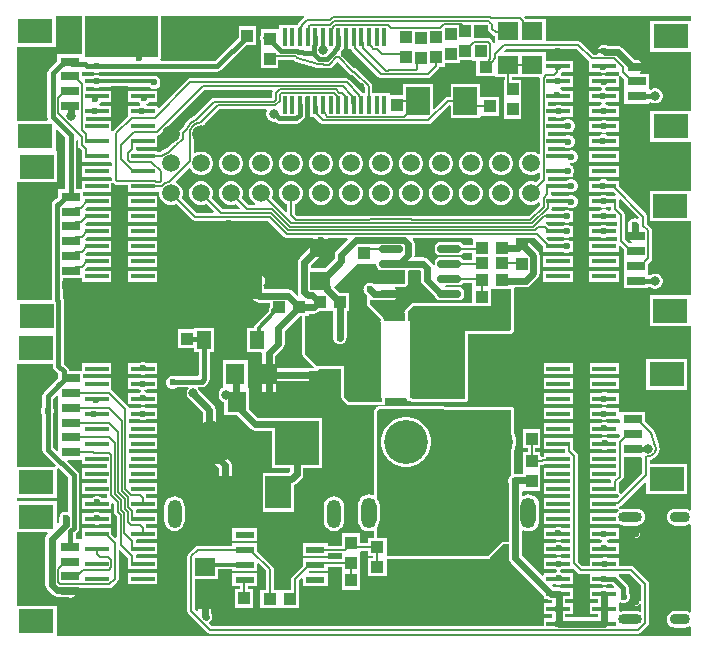
<source format=gtl>
G04*
G04 #@! TF.GenerationSoftware,Altium Limited,Altium Designer,24.4.1 (13)*
G04*
G04 Layer_Physical_Order=1*
G04 Layer_Color=255*
%FSLAX44Y44*%
%MOMM*%
G71*
G04*
G04 #@! TF.SameCoordinates,5A4A1F7D-102A-4DB2-8EF6-149E98EE43DC*
G04*
G04*
G04 #@! TF.FilePolarity,Positive*
G04*
G01*
G75*
%ADD14C,0.1500*%
%ADD17R,2.0000X0.4500*%
%ADD18R,0.4100X1.5700*%
%ADD19R,1.0000X1.1000*%
%ADD20R,1.1000X1.0000*%
%ADD21R,1.8000X1.6000*%
%ADD22R,2.0000X2.4000*%
%ADD23R,2.2000X2.8000*%
%ADD24R,6.7100X2.0000*%
%ADD25R,1.6000X0.6000*%
G04:AMPARAMS|DCode=26|XSize=1.97mm|YSize=0.6mm|CornerRadius=0.162mm|HoleSize=0mm|Usage=FLASHONLY|Rotation=0.000|XOffset=0mm|YOffset=0mm|HoleType=Round|Shape=RoundedRectangle|*
%AMROUNDEDRECTD26*
21,1,1.9700,0.2760,0,0,0.0*
21,1,1.6460,0.6000,0,0,0.0*
1,1,0.3240,0.8230,-0.1380*
1,1,0.3240,-0.8230,-0.1380*
1,1,0.3240,-0.8230,0.1380*
1,1,0.3240,0.8230,0.1380*
%
%ADD26ROUNDEDRECTD26*%
%ADD27R,5.5000X6.5000*%
%ADD28R,1.2000X1.5000*%
%ADD29R,2.0000X2.0000*%
%ADD30R,1.6000X0.8000*%
%ADD31R,3.0000X2.1000*%
%ADD32R,2.5000X6.5000*%
%ADD33R,1.6000X1.8000*%
%ADD60C,0.6000*%
%ADD61C,0.4000*%
%ADD62C,0.3000*%
%ADD63O,1.3000X2.6000*%
%ADD64C,3.7160*%
%ADD65O,1.2000X2.4000*%
%ADD66R,3.7160X3.7160*%
%ADD67O,2.0000X0.9000*%
%ADD68O,1.7000X0.9000*%
%ADD69C,0.6000*%
%ADD70C,1.5000*%
%ADD71C,0.8000*%
G36*
X621089Y1346657D02*
X621089Y1346657D01*
X621277Y1346469D01*
Y1343909D01*
X621530Y1342641D01*
X622248Y1341566D01*
X625407Y1338407D01*
X626482Y1337689D01*
X627250Y1337536D01*
Y1331728D01*
X625980Y1331602D01*
X625811Y1332450D01*
X625093Y1333525D01*
X623775Y1334843D01*
X622700Y1335561D01*
X621432Y1335814D01*
X609750D01*
Y1347186D01*
X620559D01*
X621089Y1346657D01*
D02*
G37*
G36*
X342250Y1319500D02*
X280000D01*
Y1349000D01*
Y1355000D01*
X342250D01*
Y1319500D01*
D02*
G37*
G36*
X466280Y1353730D02*
X466075Y1353593D01*
X461607Y1349125D01*
X460888Y1348050D01*
X460783Y1347519D01*
X460364Y1347100D01*
X444700D01*
Y1344480D01*
X444000Y1343500D01*
X429000D01*
Y1338358D01*
X428943Y1338259D01*
X428500Y1336606D01*
Y1334894D01*
X428943Y1333241D01*
X429000Y1333142D01*
Y1327770D01*
X429000Y1327500D01*
X429000D01*
Y1326500D01*
X429000D01*
Y1310500D01*
X444000D01*
Y1317686D01*
X456471D01*
X457053Y1317104D01*
X457053Y1317104D01*
X457493Y1316664D01*
X457653Y1316558D01*
X457777Y1316411D01*
X458186Y1316202D01*
X458568Y1315946D01*
X458756Y1315909D01*
X458927Y1315821D01*
X476774Y1310731D01*
X477149Y1310701D01*
X477513Y1310608D01*
X486714Y1310136D01*
X486784Y1310146D01*
X486854Y1310132D01*
X487421Y1310239D01*
X487993Y1310323D01*
X488054Y1310359D01*
X488124Y1310372D01*
X488608Y1310689D01*
X489103Y1310985D01*
X489146Y1311042D01*
X489206Y1311081D01*
X490009Y1311870D01*
X490017Y1311882D01*
X490029Y1311891D01*
X493889Y1315750D01*
X504395Y1305244D01*
X505470Y1304526D01*
X506738Y1304274D01*
X506965D01*
X516936Y1294302D01*
Y1289600D01*
X514911D01*
X514393Y1290375D01*
X504075Y1300693D01*
X503000Y1301411D01*
X501732Y1301664D01*
X368982D01*
X367714Y1301411D01*
X366639Y1300693D01*
X342673Y1276728D01*
X341500Y1277214D01*
Y1278550D01*
X332369D01*
X332117Y1279820D01*
X333366Y1280337D01*
X334778Y1281750D01*
X341500D01*
Y1291250D01*
X316500D01*
Y1281750D01*
X325722D01*
X327135Y1280337D01*
X327048Y1278998D01*
X325966Y1278550D01*
X316500D01*
Y1269686D01*
X304407Y1257593D01*
X302714Y1257344D01*
X302500Y1257501D01*
Y1265850D01*
X280939D01*
Y1269050D01*
X286932D01*
X287656Y1268750D01*
X289844D01*
X290568Y1269050D01*
X302500D01*
Y1278550D01*
X292973D01*
X292082Y1279760D01*
X292184Y1280155D01*
X293163Y1281134D01*
X293418Y1281750D01*
X302500D01*
Y1291250D01*
X280939D01*
Y1294450D01*
X287216D01*
X288906Y1293750D01*
X291094D01*
X292784Y1294450D01*
X302500D01*
Y1295397D01*
X316500D01*
Y1294450D01*
X334887D01*
X335495Y1293842D01*
X337517Y1293004D01*
X339705D01*
X341726Y1293842D01*
X343274Y1295389D01*
X344111Y1297410D01*
Y1299598D01*
X343274Y1301620D01*
X341726Y1303167D01*
X341500Y1303261D01*
Y1303950D01*
X339836D01*
X339705Y1304004D01*
X337517D01*
X337386Y1303950D01*
X316500D01*
Y1303553D01*
X302500D01*
Y1303950D01*
X293025D01*
X291094Y1304750D01*
X288906D01*
X286975Y1303950D01*
X277750D01*
Y1307150D01*
X287095D01*
X288906Y1306400D01*
X291094D01*
X292905Y1307150D01*
X302500D01*
Y1307312D01*
X316500D01*
Y1307150D01*
X341500D01*
Y1307312D01*
X392150D01*
X393906Y1307661D01*
X395394Y1308656D01*
X416739Y1330000D01*
X425250D01*
Y1346000D01*
X410250D01*
Y1336489D01*
X390249Y1316488D01*
X344528D01*
X344163Y1317416D01*
X344093Y1317758D01*
X344605Y1318524D01*
X344799Y1319500D01*
Y1355000D01*
X344799Y1355000D01*
X465894D01*
X466280Y1353730D01*
D02*
G37*
G36*
X793250Y1350250D02*
X758750D01*
Y1324250D01*
X793250D01*
Y1274250D01*
X758750D01*
Y1248250D01*
X793250D01*
Y1207870D01*
X793250Y1206600D01*
X791980Y1206600D01*
X758250D01*
Y1180600D01*
X791980D01*
X793250Y1180600D01*
X793250Y1179330D01*
Y1119370D01*
X793250Y1118100D01*
X791980Y1118100D01*
X758250D01*
Y1092100D01*
X791980D01*
X793250Y1092100D01*
X793250Y1090830D01*
Y936356D01*
X791980Y935729D01*
X791220Y936312D01*
X789517Y937018D01*
X787690Y937258D01*
X779690D01*
X777862Y937018D01*
X776160Y936312D01*
X774697Y935191D01*
X773575Y933728D01*
X772870Y932025D01*
X772629Y930198D01*
X772870Y928371D01*
X773575Y926668D01*
X774697Y925206D01*
X776160Y924083D01*
X777862Y923378D01*
X779690Y923138D01*
X787690D01*
X789517Y923378D01*
X791220Y924083D01*
X791980Y924667D01*
X793250Y924041D01*
Y849855D01*
X791980Y849229D01*
X791220Y849812D01*
X789517Y850518D01*
X787690Y850758D01*
X779690D01*
X777862Y850518D01*
X776160Y849812D01*
X774697Y848690D01*
X773575Y847228D01*
X772870Y845525D01*
X772629Y843698D01*
X772870Y841871D01*
X773575Y840168D01*
X774697Y838706D01*
X776160Y837583D01*
X777862Y836878D01*
X779690Y836638D01*
X787690D01*
X789517Y836878D01*
X791220Y837583D01*
X791980Y838167D01*
X793250Y837541D01*
Y829354D01*
X793000Y829250D01*
X256250D01*
Y855150D01*
X222500D01*
Y917650D01*
X248322D01*
X248808Y916477D01*
X248285Y915954D01*
X247069Y914135D01*
X246642Y911989D01*
Y873043D01*
X247069Y870897D01*
X248285Y869078D01*
X252678Y864685D01*
X254497Y863469D01*
X256643Y863042D01*
X264746D01*
X265604Y862469D01*
X267750Y862042D01*
X269896Y862469D01*
X271715Y863685D01*
X272931Y865504D01*
X273358Y867650D01*
X273026Y869316D01*
X273814Y870586D01*
X275876D01*
X276882Y870386D01*
X300932D01*
X302200Y870639D01*
X303275Y871357D01*
X307593Y875675D01*
X308311Y876750D01*
X308564Y878018D01*
Y902259D01*
X309737Y902745D01*
X316436Y896045D01*
Y892400D01*
X316500Y892080D01*
Y886150D01*
X341500D01*
Y895650D01*
X323064D01*
Y897418D01*
X323031Y897580D01*
X324074Y898850D01*
X341500D01*
Y908350D01*
X323064D01*
Y910118D01*
X323031Y910280D01*
X323996Y911526D01*
X324074Y911550D01*
X341500D01*
Y921050D01*
X332264D01*
X332061Y922068D01*
X331452Y922980D01*
X331792Y924228D01*
X331802Y924250D01*
X341500D01*
Y933750D01*
X323064D01*
Y935518D01*
X323031Y935680D01*
X323996Y936926D01*
X324074Y936950D01*
X341500D01*
Y946450D01*
X332264D01*
X332061Y947468D01*
X331452Y948380D01*
X331792Y949628D01*
X331802Y949650D01*
X341500D01*
Y959150D01*
X317564D01*
Y962350D01*
X341500D01*
Y971850D01*
X317564D01*
Y975050D01*
X341500D01*
Y984550D01*
X317564D01*
Y987750D01*
X341500D01*
Y997250D01*
X317564D01*
Y1000450D01*
X341500D01*
Y1009950D01*
X317564D01*
Y1013150D01*
X326072D01*
X326134Y1013087D01*
X328156Y1012250D01*
X330344D01*
X332365Y1013087D01*
X332428Y1013150D01*
X341500D01*
Y1022650D01*
X331793D01*
X330344Y1023250D01*
X328156D01*
X326707Y1022650D01*
X317391D01*
X317311Y1023050D01*
X316593Y1024125D01*
X315882Y1024836D01*
X316664Y1025850D01*
X317702Y1025850D01*
X327311D01*
X328156Y1025500D01*
X330344D01*
X331189Y1025850D01*
X341500D01*
Y1035350D01*
X332678D01*
X332365Y1035663D01*
X330671Y1036364D01*
X330525Y1037569D01*
X330545Y1037687D01*
X332116Y1038337D01*
X332328Y1038550D01*
X341500D01*
Y1048050D01*
X331180D01*
X330094Y1048500D01*
X327906D01*
X326820Y1048050D01*
X316500D01*
Y1038550D01*
X325672D01*
X325885Y1038337D01*
X327579Y1037635D01*
X327725Y1036431D01*
X327705Y1036313D01*
X326134Y1035663D01*
X325822Y1035350D01*
X316500D01*
Y1027109D01*
X316500Y1026014D01*
X315486Y1025232D01*
X303163Y1037555D01*
X302500Y1038550D01*
Y1048050D01*
X278500D01*
Y1051250D01*
X302500D01*
Y1059250D01*
Y1060750D01*
X277500D01*
Y1059250D01*
Y1054250D01*
X266489D01*
X266239Y1055506D01*
X265244Y1056994D01*
X262220Y1060019D01*
Y1060956D01*
X262338Y1061550D01*
Y1061550D01*
Y1112950D01*
X261989Y1114706D01*
X261338Y1115679D01*
Y1131500D01*
Y1132500D01*
X277500D01*
Y1129350D01*
X302500D01*
Y1138850D01*
X280747D01*
X280452Y1139292D01*
X280256Y1140120D01*
X282186Y1142050D01*
X302500D01*
Y1151550D01*
X280782D01*
X280256Y1152820D01*
X282186Y1154750D01*
X302500D01*
Y1164250D01*
X280782D01*
X280256Y1165520D01*
X282186Y1167450D01*
X302500D01*
Y1176950D01*
X280782D01*
X280256Y1178220D01*
X282186Y1180150D01*
X302500D01*
Y1189650D01*
X280782D01*
X280256Y1190920D01*
X282186Y1192850D01*
X302500D01*
Y1202350D01*
X278750D01*
Y1205550D01*
X302500D01*
Y1213428D01*
X302714Y1213585D01*
X304407Y1213336D01*
X305286Y1212457D01*
X306361Y1211739D01*
X307629Y1211486D01*
X316500D01*
Y1205550D01*
X341500D01*
Y1205935D01*
X341730Y1206013D01*
X343000Y1205103D01*
Y1203434D01*
X343681Y1200890D01*
X344998Y1198610D01*
X346860Y1196748D01*
X349140Y1195432D01*
X351684Y1194750D01*
X354316D01*
X356860Y1195432D01*
X357350Y1195714D01*
X370657Y1182407D01*
X371732Y1181689D01*
X373000Y1181436D01*
X435100D01*
X448879Y1167657D01*
X449954Y1166939D01*
X451222Y1166686D01*
X473526D01*
X474332Y1165705D01*
X474142Y1164750D01*
Y1162073D01*
X462035Y1149965D01*
X460819Y1148146D01*
X460392Y1146000D01*
Y1120636D01*
X460819Y1118490D01*
X459770Y1117775D01*
X456079Y1121465D01*
X454260Y1122681D01*
X452114Y1123108D01*
X432108D01*
Y1123700D01*
X431681Y1125846D01*
X431093Y1126726D01*
X432181Y1128354D01*
X432608Y1130500D01*
X432181Y1132646D01*
X430965Y1134465D01*
X429146Y1135681D01*
X427000Y1136108D01*
X424854Y1135681D01*
X423413Y1134718D01*
X407240Y1150890D01*
X405421Y1152106D01*
X403275Y1152533D01*
X401129Y1152106D01*
X399310Y1150890D01*
X398094Y1149071D01*
X397667Y1146925D01*
X398094Y1144779D01*
X399310Y1142960D01*
X419385Y1122885D01*
X420892Y1121377D01*
Y1118500D01*
X421319Y1116354D01*
X422535Y1114535D01*
X423363Y1113981D01*
X423810Y1113535D01*
X425629Y1112319D01*
X427775Y1111892D01*
X436750D01*
Y1108460D01*
X435982Y1107311D01*
X435672Y1105750D01*
X435672Y1105750D01*
Y1104472D01*
X424576Y1093376D01*
X423692Y1092053D01*
X423382Y1090493D01*
X422137Y1090250D01*
X417000D01*
Y1070250D01*
X429390D01*
X430196Y1069268D01*
X430142Y1069000D01*
Y1051000D01*
X430267Y1050372D01*
Y1026375D01*
X430694Y1024229D01*
X431910Y1022410D01*
X432035Y1022285D01*
X433854Y1021069D01*
X436000Y1020642D01*
X438146Y1021069D01*
X439965Y1022285D01*
X441181Y1024104D01*
X441608Y1026250D01*
X441483Y1026878D01*
Y1045392D01*
X470427D01*
X475785Y1040035D01*
X477604Y1038819D01*
X479750Y1038392D01*
X481896Y1038819D01*
X483715Y1040035D01*
X484931Y1041854D01*
X485358Y1044000D01*
X484931Y1046146D01*
X483715Y1047965D01*
X477500Y1054181D01*
X478026Y1055451D01*
X497201D01*
Y1031750D01*
X497395Y1030775D01*
X497948Y1029948D01*
X501698Y1026198D01*
X502524Y1025645D01*
X503500Y1025451D01*
X532000D01*
X532975Y1025645D01*
X533802Y1026198D01*
X534355Y1027025D01*
X534549Y1028000D01*
Y1031000D01*
X535819Y1031000D01*
X551556Y1031000D01*
X551727Y1030937D01*
X552750Y1029750D01*
Y1028500D01*
X554749D01*
X558351Y1027691D01*
X558616Y1027685D01*
X558874Y1027630D01*
X571715Y1027451D01*
X571743Y1027457D01*
X571771Y1027451D01*
X601771Y1027701D01*
X602249Y1027800D01*
X602725Y1027895D01*
X602734Y1027901D01*
X602745Y1027903D01*
X603148Y1028177D01*
X603552Y1028448D01*
X603558Y1028457D01*
X603567Y1028463D01*
X603835Y1028870D01*
X604105Y1029275D01*
X604107Y1029285D01*
X604113Y1029294D01*
X604204Y1029773D01*
X604299Y1030250D01*
Y1085451D01*
X639750D01*
X640725Y1085645D01*
X641552Y1086198D01*
X643052Y1087698D01*
X643605Y1088524D01*
X643799Y1089500D01*
Y1123500D01*
X643756Y1123714D01*
X644677Y1124984D01*
X653205D01*
X655351Y1125411D01*
X657171Y1126626D01*
X663465Y1132921D01*
X664681Y1134740D01*
X665108Y1136886D01*
Y1151614D01*
X664681Y1153760D01*
X663465Y1155579D01*
X656329Y1162715D01*
X655232Y1163448D01*
X654972Y1163708D01*
X653965Y1165215D01*
X653664Y1165416D01*
X654050Y1166686D01*
X661127D01*
X668250Y1159564D01*
Y1154750D01*
X685095D01*
X686906Y1154000D01*
X689094D01*
X690905Y1154750D01*
X693250D01*
Y1157803D01*
X693500Y1158406D01*
Y1160594D01*
X693250Y1161198D01*
Y1164250D01*
X690905D01*
X689094Y1165000D01*
X686906D01*
X685095Y1164250D01*
X672936D01*
X670910Y1166277D01*
X671395Y1167450D01*
X685820D01*
X686906Y1167000D01*
X689094D01*
X690180Y1167450D01*
X693250D01*
Y1170803D01*
X693500Y1171406D01*
Y1173594D01*
X693250Y1174197D01*
Y1176950D01*
X691328D01*
X691115Y1177163D01*
X689094Y1178000D01*
X686906D01*
X684884Y1177163D01*
X684672Y1176950D01*
X672936D01*
X671722Y1178164D01*
X670647Y1178883D01*
X670785Y1180150D01*
X685587D01*
X687156Y1179500D01*
X689344D01*
X690913Y1180150D01*
X693250D01*
Y1182699D01*
X693750Y1183906D01*
Y1186094D01*
X693250Y1187301D01*
Y1189650D01*
X691378D01*
X691366Y1189663D01*
X689344Y1190500D01*
X687156D01*
X685135Y1189663D01*
X685122Y1189650D01*
X675482D01*
X674803Y1190920D01*
X674911Y1191082D01*
X675164Y1192350D01*
Y1192850D01*
X688622D01*
X688634Y1192837D01*
X690656Y1192000D01*
X692844D01*
X694865Y1192837D01*
X696413Y1194385D01*
X697250Y1196406D01*
Y1198594D01*
X696413Y1200615D01*
X694865Y1202163D01*
X692844Y1203000D01*
X690656D01*
X689087Y1202350D01*
X675824D01*
X675746Y1202374D01*
X674781Y1203620D01*
X674814Y1203782D01*
Y1205550D01*
X689932D01*
X690656Y1205250D01*
X692844D01*
X694865Y1206087D01*
X696413Y1207635D01*
X697250Y1209656D01*
Y1211844D01*
X696413Y1213866D01*
X694865Y1215413D01*
X692844Y1216250D01*
X690656D01*
X688634Y1215413D01*
X688272Y1215050D01*
X672142D01*
X671814Y1215450D01*
Y1218250D01*
X687052D01*
X687656Y1218000D01*
X689844D01*
X690448Y1218250D01*
X693250D01*
Y1220222D01*
X693413Y1220385D01*
X694250Y1222406D01*
Y1224594D01*
X693413Y1226616D01*
X693250Y1226778D01*
Y1227750D01*
X692278D01*
X691865Y1228163D01*
X690903Y1228561D01*
X691156Y1229831D01*
X692844D01*
X694865Y1230669D01*
X696413Y1232216D01*
X697250Y1234237D01*
Y1236425D01*
X696413Y1238447D01*
X694865Y1239994D01*
X692844Y1240831D01*
X690656D01*
X689736Y1240450D01*
X671814D01*
Y1243650D01*
X686072D01*
X686134Y1243587D01*
X688156Y1242750D01*
X690344D01*
X692365Y1243587D01*
X692428Y1243650D01*
X693250D01*
Y1244472D01*
X693913Y1245135D01*
X694750Y1247156D01*
Y1249344D01*
X693913Y1251366D01*
X693250Y1252028D01*
Y1253150D01*
X691793D01*
X690344Y1253750D01*
X688156D01*
X686707Y1253150D01*
X671814D01*
Y1256350D01*
X687311D01*
X688156Y1256000D01*
X690344D01*
X691189Y1256350D01*
X693250D01*
Y1257722D01*
X693913Y1258384D01*
X694750Y1260406D01*
Y1262594D01*
X693913Y1264615D01*
X693250Y1265278D01*
Y1265850D01*
X692678D01*
X692365Y1266163D01*
X690344Y1267000D01*
X688156D01*
X686134Y1266163D01*
X685822Y1265850D01*
X671814D01*
Y1269050D01*
X678828D01*
X680156Y1268500D01*
X682344D01*
X683672Y1269050D01*
X693250D01*
Y1278550D01*
X684478D01*
X684365Y1278663D01*
X682344Y1279500D01*
X680156D01*
X678135Y1278663D01*
X678022Y1278550D01*
X671814D01*
Y1281750D01*
X693250D01*
Y1291250D01*
X684278D01*
X683115Y1292413D01*
X682562Y1292642D01*
X682543Y1293831D01*
X683622Y1294450D01*
X693250D01*
Y1303950D01*
X683775D01*
X683172Y1304200D01*
X682794Y1305731D01*
X683061Y1306132D01*
X683110Y1306378D01*
X683615Y1306587D01*
X684178Y1307150D01*
X693250D01*
Y1316650D01*
X681835D01*
X681594Y1316750D01*
X679406D01*
X679165Y1316650D01*
X670500D01*
Y1324000D01*
X635414D01*
X634927Y1325173D01*
X636291Y1326536D01*
X696531D01*
X706811Y1316257D01*
X707250Y1315963D01*
Y1307150D01*
X715672D01*
X715884Y1306937D01*
X717906Y1306100D01*
X720094D01*
X722115Y1306937D01*
X722328Y1307150D01*
X732029D01*
X732280Y1305891D01*
X732911Y1304946D01*
X732911Y1304946D01*
X732627Y1305372D01*
X732752Y1304729D01*
X732399Y1304247D01*
X732211Y1304069D01*
X731703Y1303950D01*
X731081Y1303950D01*
X721068D01*
X720344Y1304250D01*
X718156D01*
X717432Y1303950D01*
X707250D01*
Y1294450D01*
X715772D01*
X716134Y1294087D01*
X718156Y1293250D01*
X718108Y1292000D01*
X717906D01*
X716095Y1291250D01*
X707250D01*
Y1281750D01*
X716095D01*
X717704Y1281084D01*
X717867Y1280361D01*
X717830Y1279761D01*
X716385Y1279163D01*
X715772Y1278550D01*
X707250D01*
Y1269050D01*
X718285D01*
X718406Y1269000D01*
X720594D01*
X720715Y1269050D01*
X732250D01*
Y1278550D01*
X723228D01*
X722616Y1279163D01*
X720796Y1279916D01*
X720633Y1280638D01*
X720670Y1281239D01*
X721905Y1281750D01*
X732250D01*
Y1291250D01*
X721905D01*
X720094Y1292000D01*
X720142Y1293250D01*
X720344D01*
X722365Y1294087D01*
X722728Y1294450D01*
X732250D01*
X732250Y1302748D01*
Y1303076D01*
X732360Y1303850D01*
X732648Y1304066D01*
X733256Y1304192D01*
X733648Y1304166D01*
X736750Y1301064D01*
Y1292750D01*
Y1280250D01*
X757750D01*
Y1281262D01*
X759009Y1281799D01*
X760491Y1280943D01*
X762144Y1280500D01*
X763856D01*
X765509Y1280943D01*
X766991Y1281799D01*
X768201Y1283009D01*
X769057Y1284491D01*
X769500Y1286144D01*
Y1287856D01*
X769057Y1289509D01*
X768201Y1290991D01*
X766991Y1292201D01*
X765509Y1293057D01*
X763856Y1293500D01*
X762144D01*
X760491Y1293057D01*
X759009Y1292201D01*
X757750Y1292738D01*
Y1305750D01*
X750456D01*
X750071Y1307020D01*
X751215Y1307785D01*
X752431Y1309604D01*
X752858Y1311750D01*
X752431Y1313896D01*
X751215Y1315715D01*
X749396Y1316931D01*
X747250Y1317358D01*
X745573D01*
X735115Y1327815D01*
X733296Y1329031D01*
X731150Y1329458D01*
X722380D01*
X721896Y1329781D01*
X719750Y1330208D01*
X717604Y1329781D01*
X715785Y1328565D01*
X714569Y1326746D01*
X714142Y1324600D01*
X714424Y1323184D01*
X713519Y1321914D01*
X710526D01*
X700247Y1332193D01*
X699172Y1332911D01*
X697904Y1333164D01*
X670500D01*
Y1352000D01*
X653570D01*
X653093Y1352714D01*
X651981Y1353827D01*
X652467Y1355000D01*
X793250D01*
Y1350250D01*
D02*
G37*
G36*
X503200Y1326400D02*
X505588D01*
X505605Y1326316D01*
X506323Y1325241D01*
X528570Y1302994D01*
X529645Y1302276D01*
X530913Y1302024D01*
X537905D01*
X538723Y1302186D01*
X570250D01*
X571518Y1302439D01*
X572593Y1303157D01*
X579593Y1310157D01*
X580311Y1311232D01*
X580365Y1311500D01*
X584750D01*
Y1314750D01*
X597750D01*
Y1317250D01*
X608000D01*
Y1316750D01*
X611500D01*
Y1304000D01*
X627250D01*
Y1303000D01*
X635436D01*
Y1300500D01*
X634750D01*
Y1284770D01*
X634750Y1284500D01*
Y1283500D01*
X634750Y1283230D01*
Y1267500D01*
X649750D01*
Y1283230D01*
X649750Y1283500D01*
Y1284500D01*
X649750Y1284770D01*
Y1300500D01*
X642064D01*
Y1303000D01*
X664679D01*
X665186Y1302382D01*
Y1238227D01*
X664867Y1238095D01*
X663916Y1237823D01*
X661760Y1239069D01*
X659217Y1239750D01*
X656583D01*
X654040Y1239069D01*
X651760Y1237752D01*
X649898Y1235890D01*
X648581Y1233610D01*
X647900Y1231067D01*
Y1228434D01*
X648581Y1225890D01*
X649898Y1223610D01*
X651760Y1221748D01*
X654040Y1220432D01*
X656583Y1219750D01*
X659217D01*
X661760Y1220432D01*
X663916Y1221677D01*
X664867Y1221405D01*
X665186Y1221273D01*
Y1216823D01*
X662150Y1213786D01*
X661660Y1214069D01*
X659117Y1214750D01*
X656484D01*
X653940Y1214069D01*
X651660Y1212752D01*
X649798Y1210890D01*
X648482Y1208610D01*
X647800Y1206067D01*
Y1203434D01*
X648482Y1200890D01*
X649798Y1198610D01*
X651660Y1196748D01*
X653940Y1195432D01*
X656484Y1194750D01*
X659117D01*
X661660Y1195432D01*
X663940Y1196748D01*
X664013Y1196821D01*
X665186Y1196335D01*
Y1194615D01*
X655885Y1185314D01*
X558500D01*
X558428Y1185361D01*
X557160Y1185614D01*
X521340D01*
X520072Y1185361D01*
X520000Y1185314D01*
X459873D01*
X457914Y1187272D01*
Y1195285D01*
X458460Y1195432D01*
X460740Y1196748D01*
X462602Y1198610D01*
X463918Y1200890D01*
X464600Y1203434D01*
Y1206067D01*
X463918Y1208610D01*
X462602Y1210890D01*
X460740Y1212752D01*
X458460Y1214069D01*
X455916Y1214750D01*
X453284D01*
X450740Y1214069D01*
X448460Y1212752D01*
X446598Y1210890D01*
X445281Y1208610D01*
X444600Y1206067D01*
Y1203434D01*
X445281Y1200890D01*
X446598Y1198610D01*
X448460Y1196748D01*
X450740Y1195432D01*
X451286Y1195285D01*
Y1189009D01*
X450113Y1188523D01*
X438236Y1200400D01*
X438518Y1200890D01*
X439200Y1203434D01*
Y1206067D01*
X438518Y1208610D01*
X437202Y1210890D01*
X435340Y1212752D01*
X433060Y1214069D01*
X430517Y1214750D01*
X427883D01*
X425340Y1214069D01*
X423060Y1212752D01*
X421198Y1210890D01*
X419882Y1208610D01*
X419200Y1206067D01*
Y1203434D01*
X419882Y1200890D01*
X421198Y1198610D01*
X423060Y1196748D01*
X424148Y1196120D01*
X424521Y1194438D01*
X424388Y1194247D01*
X418989D01*
X412836Y1200400D01*
X413119Y1200890D01*
X413800Y1203434D01*
Y1206067D01*
X413119Y1208610D01*
X411802Y1210890D01*
X409940Y1212752D01*
X407660Y1214069D01*
X405117Y1214750D01*
X402483D01*
X399940Y1214069D01*
X397660Y1212752D01*
X395798Y1210890D01*
X394482Y1208610D01*
X393800Y1206067D01*
Y1203434D01*
X394482Y1200890D01*
X395798Y1198610D01*
X397660Y1196748D01*
X399940Y1195432D01*
X402483Y1194750D01*
X405117D01*
X407660Y1195432D01*
X408150Y1195714D01*
X411443Y1192420D01*
X410957Y1191247D01*
X396589D01*
X387436Y1200400D01*
X387719Y1200890D01*
X388400Y1203434D01*
Y1206067D01*
X387719Y1208610D01*
X386402Y1210890D01*
X384540Y1212752D01*
X382260Y1214069D01*
X379716Y1214750D01*
X377084D01*
X374540Y1214069D01*
X372260Y1212752D01*
X370398Y1210890D01*
X369081Y1208610D01*
X368400Y1206067D01*
Y1203434D01*
X369081Y1200890D01*
X370398Y1198610D01*
X372260Y1196748D01*
X374540Y1195432D01*
X377084Y1194750D01*
X379716D01*
X382260Y1195432D01*
X382750Y1195714D01*
X389227Y1189237D01*
X388741Y1188064D01*
X374373D01*
X362036Y1200400D01*
X362318Y1200890D01*
X363000Y1203434D01*
Y1206067D01*
X362318Y1208610D01*
X361002Y1210890D01*
X359140Y1212752D01*
X357386Y1213765D01*
X357052Y1215227D01*
X367965Y1226140D01*
X369302Y1225681D01*
X370498Y1223610D01*
X372360Y1221748D01*
X374640Y1220432D01*
X377183Y1219750D01*
X379817D01*
X382360Y1220432D01*
X384640Y1221748D01*
X386502Y1223610D01*
X387818Y1225890D01*
X388500Y1228434D01*
Y1231067D01*
X387818Y1233610D01*
X386502Y1235890D01*
X384640Y1237752D01*
X382360Y1239069D01*
X379817Y1239750D01*
X377183D01*
X374640Y1239069D01*
X373334Y1238314D01*
X372064Y1239047D01*
Y1254750D01*
X372033Y1254905D01*
X372497Y1257237D01*
X373905Y1259345D01*
X376013Y1260753D01*
X377786Y1261106D01*
X377784Y1261129D01*
X377799Y1261148D01*
X378197Y1261274D01*
X379118Y1261458D01*
X380689Y1262507D01*
X380690Y1262507D01*
X381567Y1263426D01*
X393827Y1275686D01*
X433445D01*
X434178Y1274416D01*
X433943Y1274009D01*
X433500Y1272356D01*
Y1270644D01*
X433943Y1268991D01*
X434799Y1267509D01*
X436009Y1266299D01*
X437491Y1265443D01*
X439144Y1265000D01*
X440856D01*
X441044Y1265050D01*
X441438Y1264656D01*
X442927Y1263661D01*
X444682Y1263312D01*
X459250D01*
X461006Y1263661D01*
X462494Y1264656D01*
X465444Y1267606D01*
X466309Y1268900D01*
X466800D01*
Y1279058D01*
X466838Y1279250D01*
X466800Y1279442D01*
Y1286036D01*
X470700D01*
Y1268900D01*
X474332D01*
X479425Y1263807D01*
X480500Y1263089D01*
X481768Y1262836D01*
X570832D01*
X572100Y1263089D01*
X573175Y1263807D01*
X588480Y1279112D01*
X589750Y1278653D01*
Y1268250D01*
X614750D01*
Y1269291D01*
X615500Y1270250D01*
X630500D01*
Y1286250D01*
X615500D01*
X614750Y1287209D01*
Y1297250D01*
X589750D01*
Y1286064D01*
X587432D01*
X586164Y1285811D01*
X585089Y1285093D01*
X575923Y1275928D01*
X574750Y1276414D01*
Y1297250D01*
X549750D01*
Y1287500D01*
X538300D01*
Y1289600D01*
X523564D01*
Y1295675D01*
X523311Y1296943D01*
X522593Y1298018D01*
X510680Y1309930D01*
X509605Y1310649D01*
X508337Y1310901D01*
X508111D01*
X497169Y1321843D01*
X496808Y1322084D01*
X496547Y1323666D01*
X496548Y1323669D01*
X497159Y1324325D01*
X497282Y1324525D01*
X497458Y1324681D01*
X497749Y1325281D01*
X498099Y1325848D01*
X498137Y1326080D01*
X498240Y1326292D01*
X498268Y1326400D01*
X499300D01*
Y1332266D01*
X499338Y1336711D01*
X499300Y1336911D01*
Y1343536D01*
X503200D01*
Y1326400D01*
D02*
G37*
G36*
X277451Y1355000D02*
Y1349000D01*
Y1322500D01*
X256750D01*
Y1315989D01*
X256083Y1315322D01*
X254727Y1314416D01*
X249506Y1309194D01*
X248511Y1307706D01*
X248162Y1305950D01*
Y1268950D01*
X248496Y1267270D01*
X248496Y1267048D01*
X247845Y1266000D01*
X222500D01*
Y1328500D01*
X255750D01*
Y1354500D01*
X256813Y1355000D01*
X277451D01*
X277451Y1355000D01*
D02*
G37*
G36*
X439038Y1290766D02*
X438889Y1290543D01*
X438636Y1289275D01*
Y1285314D01*
X389500D01*
X388232Y1285061D01*
X387157Y1284343D01*
X372448Y1269634D01*
X372347Y1269604D01*
X369568Y1268118D01*
X367132Y1266118D01*
X365132Y1263682D01*
X363646Y1260902D01*
X363616Y1260802D01*
X360507Y1257693D01*
X359789Y1256618D01*
X359536Y1255350D01*
Y1252084D01*
X354802Y1247349D01*
X354802Y1247349D01*
X349892Y1242440D01*
X349706Y1242415D01*
X346544Y1241105D01*
X343830Y1239023D01*
Y1239023D01*
X343826Y1239014D01*
X341500D01*
Y1240450D01*
X324074D01*
X323996Y1240474D01*
X323031Y1241720D01*
X323064Y1241882D01*
Y1243650D01*
X341500D01*
Y1253150D01*
X342430Y1253539D01*
X343504Y1254257D01*
X381284Y1292036D01*
X438359D01*
X439038Y1290766D01*
D02*
G37*
G36*
X274311Y1249552D02*
Y1245343D01*
X274564Y1244075D01*
X275282Y1243000D01*
X277436Y1240845D01*
Y1237200D01*
X277500Y1236880D01*
Y1230950D01*
X302500D01*
X303436Y1230145D01*
Y1228555D01*
X302500Y1227750D01*
X302166Y1227750D01*
X277500D01*
Y1218250D01*
X302166D01*
X302500Y1218250D01*
X303436Y1217445D01*
Y1215855D01*
X302889Y1215384D01*
X302267Y1215050D01*
X277500D01*
Y1208000D01*
X272838D01*
Y1249009D01*
X274108Y1249688D01*
X274311Y1249552D01*
D02*
G37*
G36*
X608500Y1165750D02*
Y1160864D01*
X600643D01*
X599950Y1161900D01*
X598588Y1162811D01*
X596980Y1163131D01*
X580520D01*
X578913Y1162811D01*
X577550Y1161900D01*
X576639Y1160538D01*
X576319Y1158930D01*
Y1156170D01*
X576639Y1154563D01*
X577550Y1153200D01*
X578913Y1152289D01*
X580520Y1151969D01*
X596980D01*
X598588Y1152289D01*
X599950Y1153200D01*
X600643Y1154236D01*
X608169D01*
X608250Y1153000D01*
X608250D01*
Y1148164D01*
X600643D01*
X599950Y1149200D01*
X598588Y1150111D01*
X596980Y1150431D01*
X580520D01*
X578913Y1150111D01*
X577550Y1149200D01*
X576639Y1147838D01*
X576319Y1146230D01*
Y1143889D01*
X575908Y1143742D01*
X575049Y1143678D01*
X573965Y1145301D01*
X570451Y1148815D01*
X568631Y1150031D01*
X566485Y1150458D01*
X559832D01*
X559027Y1151440D01*
X559208Y1152350D01*
Y1161465D01*
X558781Y1163611D01*
X557565Y1165430D01*
X557483Y1165513D01*
X557969Y1166686D01*
X607695D01*
X608500Y1165750D01*
D02*
G37*
G36*
X502719Y1165513D02*
X493353Y1156147D01*
X492137Y1154328D01*
X491710Y1152182D01*
Y1149641D01*
X483069Y1141000D01*
X471608D01*
Y1143677D01*
X481151Y1153221D01*
X481646Y1153319D01*
X483465Y1154535D01*
X483715Y1154785D01*
X484931Y1156604D01*
X485358Y1158750D01*
Y1164750D01*
X485168Y1165705D01*
X485974Y1166686D01*
X502233D01*
X502719Y1165513D01*
D02*
G37*
G36*
X526819Y1143470D02*
X527139Y1141862D01*
X528050Y1140500D01*
X529412Y1139589D01*
X531020Y1139269D01*
X539114D01*
X539250Y1139242D01*
X550798D01*
X551387Y1128344D01*
X550017Y1127733D01*
X549750Y1128000D01*
X524405D01*
X524105Y1128124D01*
X523646Y1128431D01*
X523104Y1128539D01*
X522594Y1128750D01*
X522042D01*
X521500Y1128858D01*
X520958Y1128750D01*
X520406D01*
X519896Y1128539D01*
X519354Y1128431D01*
X518895Y1128124D01*
X518385Y1127913D01*
X517994Y1127522D01*
X517535Y1127215D01*
X517228Y1126756D01*
X516837Y1126366D01*
X516626Y1125855D01*
X516319Y1125396D01*
X516211Y1124854D01*
X516000Y1124344D01*
Y1123792D01*
X515892Y1123250D01*
X516000Y1122708D01*
Y1122156D01*
X516211Y1121646D01*
X516319Y1121104D01*
X516626Y1120645D01*
X516837Y1120135D01*
X517228Y1119744D01*
X517535Y1119285D01*
X518750Y1118070D01*
Y1109750D01*
X531114Y1097386D01*
X530540Y1096000D01*
X530250D01*
X530250Y1031000D01*
X532000D01*
Y1028000D01*
X503500D01*
X499750Y1031750D01*
Y1058000D01*
X477000D01*
X466750Y1068250D01*
Y1100250D01*
X467000Y1100500D01*
X469750D01*
Y1102392D01*
X473750D01*
X475896Y1102819D01*
X477715Y1104035D01*
X478681Y1105000D01*
X486750D01*
X486750Y1105000D01*
X487750D01*
Y1105000D01*
X488250Y1105000D01*
X490392D01*
Y1082250D01*
X490500Y1081708D01*
Y1081156D01*
X490711Y1080646D01*
X490819Y1080104D01*
X491126Y1079645D01*
X491337Y1079135D01*
X491728Y1078744D01*
X492035Y1078285D01*
X492494Y1077978D01*
X492884Y1077587D01*
X493395Y1077376D01*
X493854Y1077069D01*
X494396Y1076961D01*
X494906Y1076750D01*
X495458D01*
X496000Y1076642D01*
X496542Y1076750D01*
X497094D01*
X497604Y1076961D01*
X498146Y1077069D01*
X498605Y1077376D01*
X499115Y1077587D01*
X499506Y1077978D01*
X499965Y1078285D01*
X500272Y1078744D01*
X500663Y1079135D01*
X500874Y1079645D01*
X501181Y1080104D01*
X501289Y1080646D01*
X501500Y1081156D01*
Y1081708D01*
X501608Y1082250D01*
Y1105000D01*
X503750D01*
Y1120000D01*
X496181D01*
X491340Y1124840D01*
X511250Y1144750D01*
X526819D01*
Y1143470D01*
D02*
G37*
G36*
X564392Y1139013D02*
Y1131350D01*
X564819Y1129204D01*
X566035Y1127385D01*
X576560Y1116859D01*
X576639Y1116462D01*
X577550Y1115100D01*
X578913Y1114189D01*
X580520Y1113869D01*
X581764D01*
X581900Y1113842D01*
X588750D01*
X588886Y1113869D01*
X596980D01*
X598588Y1114189D01*
X599950Y1115100D01*
X600861Y1116462D01*
X601181Y1118070D01*
Y1120830D01*
X600861Y1122438D01*
X599950Y1123800D01*
X598588Y1124711D01*
X596980Y1125031D01*
X588886D01*
X588750Y1125058D01*
X585119D01*
X584958Y1125299D01*
X585637Y1126569D01*
X596980D01*
X598588Y1126889D01*
X599950Y1127800D01*
X600643Y1128836D01*
X608000D01*
Y1123750D01*
X608250D01*
Y1111549D01*
X558000D01*
X557024Y1111355D01*
X556198Y1110802D01*
X551448Y1106052D01*
X550895Y1105226D01*
X550701Y1104250D01*
X550895Y1103275D01*
X551201Y1102817D01*
Y1096000D01*
X549931Y1096000D01*
X534606Y1096000D01*
X533640Y1097270D01*
X533663Y1097386D01*
X533469Y1098361D01*
X532917Y1099188D01*
X521299Y1110806D01*
Y1113981D01*
X522569Y1114660D01*
X523154Y1114269D01*
X525300Y1113842D01*
X539250D01*
X541396Y1114269D01*
X543215Y1115485D01*
X544431Y1117304D01*
X544858Y1119450D01*
X544431Y1121596D01*
X543215Y1123415D01*
X542069Y1124181D01*
X542454Y1125451D01*
X548932D01*
X549041Y1125378D01*
X549076Y1125371D01*
X549105Y1125353D01*
X549562Y1125275D01*
X550017Y1125184D01*
X550051Y1125191D01*
X550086Y1125185D01*
X550537Y1125288D01*
X550992Y1125378D01*
X551022Y1125397D01*
X551056Y1125405D01*
X552425Y1126016D01*
X552454Y1126037D01*
X552488Y1126045D01*
X552858Y1126323D01*
X553237Y1126591D01*
X553256Y1126621D01*
X553284Y1126642D01*
X553520Y1127040D01*
X553767Y1127433D01*
X553773Y1127467D01*
X553791Y1127497D01*
X553857Y1127957D01*
X553935Y1128413D01*
X553927Y1128447D01*
X553932Y1128482D01*
X553400Y1138320D01*
X554274Y1139242D01*
X564162D01*
X564392Y1139013D01*
D02*
G37*
G36*
X263662Y1251549D02*
Y1208000D01*
X257750D01*
Y1201489D01*
X257083Y1200822D01*
X255728Y1199916D01*
X253506Y1197694D01*
X252511Y1196206D01*
X252162Y1194450D01*
Y1114000D01*
X222500D01*
Y1214000D01*
X256750D01*
Y1240000D01*
X255750D01*
Y1257802D01*
X256923Y1258288D01*
X263662Y1251549D01*
D02*
G37*
G36*
X641250Y1089500D02*
X639750Y1088000D01*
X602250D01*
X601750Y1088500D01*
Y1030250D01*
X571750Y1030000D01*
X558910Y1030178D01*
X555250Y1031000D01*
X555250Y1033629D01*
X555250Y1096000D01*
X553750D01*
Y1103750D01*
X553250Y1104250D01*
X558000Y1109000D01*
X624000D01*
Y1109000D01*
X624250D01*
Y1123500D01*
X641250D01*
Y1089500D01*
D02*
G37*
G36*
X464335Y1100925D02*
X464201Y1100250D01*
Y1068250D01*
X464395Y1067275D01*
X464948Y1066448D01*
X473677Y1057718D01*
X473051Y1056548D01*
X472750Y1056608D01*
X441358D01*
Y1066677D01*
X447715Y1073035D01*
X448931Y1074854D01*
X449358Y1077000D01*
Y1087677D01*
X463215Y1101535D01*
X464335Y1100925D01*
D02*
G37*
G36*
X257500Y1033102D02*
Y1028750D01*
Y1016250D01*
Y1003750D01*
Y991250D01*
Y986698D01*
X256327Y986212D01*
X253338Y989200D01*
Y1017308D01*
X254000Y1018906D01*
Y1021094D01*
X253338Y1022692D01*
Y1030600D01*
X256327Y1033588D01*
X257500Y1033102D01*
D02*
G37*
G36*
X253044Y1058118D02*
X253393Y1056363D01*
X254387Y1054874D01*
X257412Y1051850D01*
Y1049750D01*
X257500Y1049307D01*
Y1047739D01*
X256661Y1046900D01*
X255306Y1045994D01*
X253256Y1043944D01*
X252350Y1042589D01*
X245506Y1035744D01*
X244511Y1034256D01*
X244162Y1032500D01*
Y1023440D01*
X243837Y1023115D01*
X243000Y1021094D01*
Y1018906D01*
X243837Y1016885D01*
X244162Y1016560D01*
Y987300D01*
X244511Y985544D01*
X245506Y984056D01*
X255541Y974020D01*
X255015Y972750D01*
X222500D01*
Y1060250D01*
X253044D01*
Y1058118D01*
D02*
G37*
G36*
X277500Y975050D02*
X298936D01*
Y971850D01*
X277500D01*
Y962350D01*
X298936D01*
Y959150D01*
X277500D01*
Y949650D01*
X298936D01*
Y948747D01*
X299141Y947720D01*
X299146Y947689D01*
X298465Y946450D01*
X294328D01*
X293365Y947413D01*
X291344Y948250D01*
X289156D01*
X287134Y947413D01*
X286172Y946450D01*
X277500D01*
Y936950D01*
X302500D01*
Y941821D01*
X303691Y942342D01*
X304436Y941742D01*
Y934790D01*
X304689Y933522D01*
X305407Y932447D01*
X307027Y930827D01*
Y913368D01*
X305854Y912882D01*
X302500Y916236D01*
Y921050D01*
X277500D01*
Y911650D01*
X272338D01*
Y916396D01*
X273744Y917802D01*
X274739Y919290D01*
X275088Y921046D01*
Y965550D01*
X274739Y967306D01*
X273744Y968794D01*
X264962Y977577D01*
X265448Y978750D01*
X277500D01*
Y975050D01*
D02*
G37*
G36*
X265912Y963650D02*
Y935728D01*
X264930Y934923D01*
X264000Y935108D01*
X261854Y934681D01*
X260035Y933465D01*
X258819Y931646D01*
X258392Y929500D01*
Y926061D01*
X257423Y925092D01*
X256250Y925579D01*
Y943650D01*
X222500D01*
Y946750D01*
X256500D01*
Y971265D01*
X257770Y971791D01*
X265912Y963650D01*
D02*
G37*
%LPC*%
G36*
X720594Y1266750D02*
X718406D01*
X716385Y1265913D01*
X716322Y1265850D01*
X707250D01*
Y1256350D01*
X716957D01*
X718406Y1255750D01*
X720594D01*
X722042Y1256350D01*
X732250D01*
Y1265850D01*
X722678D01*
X722616Y1265913D01*
X720594Y1266750D01*
D02*
G37*
G36*
X720094Y1254250D02*
X717906D01*
X715884Y1253413D01*
X715622Y1253150D01*
X707250D01*
Y1243650D01*
X716940D01*
X717906Y1243250D01*
X720094D01*
X721060Y1243650D01*
X732250D01*
Y1253150D01*
X722378D01*
X722115Y1253413D01*
X720094Y1254250D01*
D02*
G37*
G36*
X732250Y1240450D02*
X707250D01*
Y1230950D01*
X732250D01*
Y1240450D01*
D02*
G37*
G36*
Y1227750D02*
X707250D01*
Y1218250D01*
X732250D01*
Y1227750D01*
D02*
G37*
G36*
X720094Y1216250D02*
X717906D01*
X715884Y1215413D01*
X715522Y1215050D01*
X707250D01*
Y1205550D01*
X717182D01*
X717906Y1205250D01*
X720094D01*
X720818Y1205550D01*
X727564D01*
X729591Y1203523D01*
X729105Y1202350D01*
X722428D01*
X722365Y1202413D01*
X720344Y1203250D01*
X718156D01*
X716134Y1202413D01*
X716072Y1202350D01*
X707250D01*
Y1192850D01*
X716708D01*
X718156Y1192250D01*
X720344D01*
X721793Y1192850D01*
X725686D01*
Y1191082D01*
X725719Y1190920D01*
X724754Y1189674D01*
X724676Y1189650D01*
X722878D01*
X722616Y1189913D01*
X720594Y1190750D01*
X718406D01*
X716385Y1189913D01*
X716122Y1189650D01*
X707250D01*
Y1180150D01*
X717440D01*
X718406Y1179750D01*
X720594D01*
X721560Y1180150D01*
X730936D01*
Y1176950D01*
X722578D01*
X722365Y1177163D01*
X720344Y1178000D01*
X718156D01*
X716134Y1177163D01*
X715922Y1176950D01*
X707250D01*
Y1167450D01*
X717070D01*
X718156Y1167000D01*
X720344D01*
X721430Y1167450D01*
X730936D01*
Y1164250D01*
X707250D01*
Y1154750D01*
X732250D01*
Y1159754D01*
X733423Y1160240D01*
X736250Y1157414D01*
Y1149100D01*
Y1136600D01*
Y1124250D01*
Y1124100D01*
X757250D01*
Y1124762D01*
X758520Y1125288D01*
X759009Y1124799D01*
X760491Y1123943D01*
X762144Y1123500D01*
X763856D01*
X765509Y1123943D01*
X766991Y1124799D01*
X768201Y1126009D01*
X769057Y1127491D01*
X769500Y1129144D01*
Y1130856D01*
X769057Y1132509D01*
X768201Y1133991D01*
X766991Y1135201D01*
X765509Y1136057D01*
X763856Y1136500D01*
X762144D01*
X760491Y1136057D01*
X759009Y1135201D01*
X758696Y1134888D01*
X757250D01*
Y1144914D01*
X759343Y1147007D01*
X760061Y1148082D01*
X760314Y1149350D01*
Y1173032D01*
X760061Y1174300D01*
X759343Y1175375D01*
X756314Y1178404D01*
Y1184800D01*
X756061Y1186068D01*
X755343Y1187143D01*
X732250Y1210236D01*
Y1215050D01*
X722478D01*
X722115Y1215413D01*
X720094Y1216250D01*
D02*
G37*
G36*
X341500Y1202350D02*
X316500D01*
Y1192850D01*
X341500D01*
Y1202350D01*
D02*
G37*
G36*
Y1189650D02*
X316500D01*
Y1180150D01*
X341500D01*
Y1189650D01*
D02*
G37*
G36*
Y1176950D02*
X316500D01*
Y1167450D01*
X341500D01*
Y1176950D01*
D02*
G37*
G36*
Y1164250D02*
X316500D01*
Y1154750D01*
X341500D01*
Y1164250D01*
D02*
G37*
G36*
X732250Y1151550D02*
X707250D01*
Y1142050D01*
X732250D01*
Y1151550D01*
D02*
G37*
G36*
X693250D02*
X668250D01*
Y1142050D01*
X693250D01*
Y1151550D01*
D02*
G37*
G36*
X341500D02*
X316500D01*
Y1142050D01*
X341500D01*
Y1151550D01*
D02*
G37*
G36*
X732250Y1138850D02*
X707250D01*
Y1129350D01*
X732250D01*
Y1138850D01*
D02*
G37*
G36*
X693250D02*
X668250D01*
Y1129350D01*
X693250D01*
Y1138850D01*
D02*
G37*
G36*
X341500D02*
X316500D01*
Y1129350D01*
X341500D01*
Y1138850D01*
D02*
G37*
G36*
X732500Y1060750D02*
X707500D01*
Y1051250D01*
X732500D01*
Y1054050D01*
Y1060750D01*
D02*
G37*
G36*
X693500D02*
X668500D01*
Y1051250D01*
X693500D01*
Y1051250D01*
Y1060750D01*
D02*
G37*
G36*
X330344Y1061750D02*
X328156D01*
X326134Y1060913D01*
X325972Y1060750D01*
X316500D01*
Y1059250D01*
Y1051250D01*
X326949D01*
X328156Y1050750D01*
X330344D01*
X331551Y1051250D01*
X341500D01*
Y1059250D01*
Y1060750D01*
X332528D01*
X332365Y1060913D01*
X330344Y1061750D01*
D02*
G37*
G36*
X389550Y1090250D02*
X372550D01*
Y1089250D01*
X358750D01*
Y1073250D01*
X372550D01*
Y1070250D01*
X376437D01*
Y1050741D01*
X375399Y1049471D01*
X356871D01*
X355594Y1050000D01*
X353406D01*
X351385Y1049163D01*
X349837Y1047616D01*
X349000Y1045594D01*
Y1043406D01*
X349837Y1041385D01*
X351385Y1039837D01*
X353406Y1039000D01*
X355594D01*
X357616Y1039837D01*
X358073Y1040294D01*
X367488D01*
X367873Y1039025D01*
X367785Y1038965D01*
X366569Y1037146D01*
X366142Y1035000D01*
X366569Y1032854D01*
X367785Y1031035D01*
X379771Y1019048D01*
Y995371D01*
X380198Y993225D01*
X381413Y991406D01*
X381892Y990927D01*
Y985750D01*
X382319Y983604D01*
X383535Y981785D01*
X393392Y971927D01*
Y951250D01*
X393819Y949104D01*
X395035Y947285D01*
X396854Y946069D01*
X399000Y945642D01*
X401146Y946069D01*
X402965Y947285D01*
X404181Y949104D01*
X404608Y951250D01*
Y974250D01*
X404181Y976396D01*
X402965Y978215D01*
X393108Y988073D01*
Y993250D01*
X392681Y995396D01*
X391465Y997215D01*
X390987Y997694D01*
Y1021371D01*
X390560Y1023517D01*
X389344Y1025337D01*
X375715Y1038965D01*
X375627Y1039025D01*
X376012Y1040294D01*
X378883D01*
X380639Y1040644D01*
X382127Y1041638D01*
X384470Y1043981D01*
X385465Y1045470D01*
X385814Y1047226D01*
Y1050539D01*
X385613Y1051551D01*
Y1070250D01*
X389550D01*
Y1090250D01*
D02*
G37*
G36*
X732500Y1048050D02*
X707500D01*
Y1038550D01*
X732500D01*
Y1048050D01*
D02*
G37*
G36*
X693500D02*
X668500D01*
Y1038550D01*
X693500D01*
Y1038550D01*
Y1048050D01*
Y1048050D01*
D02*
G37*
G36*
X790250Y1064100D02*
X755250D01*
Y1038100D01*
X790250D01*
Y1064100D01*
D02*
G37*
G36*
X693500Y1035350D02*
X668500D01*
Y1025850D01*
X693500D01*
Y1025850D01*
Y1035350D01*
Y1035350D01*
D02*
G37*
G36*
X721094Y1036000D02*
X718906D01*
X717337Y1035350D01*
X707500D01*
Y1025850D01*
X716872D01*
X716885Y1025837D01*
X718906Y1025000D01*
X721094D01*
X723115Y1025837D01*
X723128Y1025850D01*
X732500D01*
Y1035350D01*
X722663D01*
X721094Y1036000D01*
D02*
G37*
G36*
X528717Y1024045D02*
X528541Y1024011D01*
X528363Y1024021D01*
X528058Y1023916D01*
X527741Y1023853D01*
X527592Y1023754D01*
X527423Y1023696D01*
X527182Y1023481D01*
X526912Y1023303D01*
X526813Y1023154D01*
X526679Y1023036D01*
X525718Y1021768D01*
X525576Y1021475D01*
X525395Y1021204D01*
X525361Y1021031D01*
X525284Y1020873D01*
X525265Y1020548D01*
X525201Y1020228D01*
Y949669D01*
X523931Y948820D01*
X522849Y949268D01*
X520500Y949578D01*
X518150Y949268D01*
X515961Y948362D01*
X514081Y946919D01*
X512639Y945039D01*
X511732Y942850D01*
X511422Y940500D01*
Y927500D01*
X511732Y925151D01*
X512639Y922961D01*
X514081Y921081D01*
X515961Y919639D01*
X518150Y918732D01*
X520500Y918422D01*
X522849Y918732D01*
X523931Y919180D01*
X525201Y918331D01*
Y912250D01*
X519750D01*
Y908064D01*
X513000D01*
Y916500D01*
X498000D01*
Y906164D01*
X485750D01*
Y908350D01*
X464750D01*
Y897350D01*
X485750D01*
Y899536D01*
X496745D01*
X498000Y899500D01*
X498000Y898266D01*
Y894814D01*
X485750D01*
Y895650D01*
X464750D01*
Y889336D01*
X455907Y880493D01*
X455189Y879418D01*
X454936Y878150D01*
Y868750D01*
X445770D01*
X445500Y868750D01*
X444500D01*
X444230Y868750D01*
X439814D01*
Y886600D01*
X439561Y887868D01*
X438843Y888943D01*
X425750Y902036D01*
Y908350D01*
X404750D01*
Y906164D01*
X375918D01*
X374650Y905911D01*
X373575Y905193D01*
X367907Y899525D01*
X367189Y898450D01*
X366936Y897182D01*
Y850575D01*
X367189Y849307D01*
X367907Y848232D01*
X383632Y832507D01*
X384707Y831789D01*
X385975Y831536D01*
X748188D01*
X749456Y831789D01*
X750531Y832507D01*
X756583Y838559D01*
X757301Y839634D01*
X757553Y840902D01*
Y874010D01*
X757301Y875278D01*
X756583Y876354D01*
X745093Y887843D01*
X744018Y888561D01*
X742750Y888814D01*
X732500D01*
Y895650D01*
X723293D01*
X721844Y896250D01*
X719656D01*
X718207Y895650D01*
X707500D01*
Y888814D01*
X701373D01*
X697564Y892623D01*
Y981982D01*
X697311Y983250D01*
X696593Y984325D01*
X693564Y987355D01*
Y991000D01*
X693500Y991320D01*
Y997250D01*
X668500D01*
Y987750D01*
X686936D01*
Y985982D01*
X686969Y985820D01*
X686004Y984574D01*
X685926Y984550D01*
X668500D01*
Y981614D01*
X667525D01*
X667020Y981513D01*
X665766Y982422D01*
X665750Y982457D01*
Y985500D01*
X661564D01*
Y988500D01*
X665750D01*
Y1004500D01*
X650750D01*
Y988500D01*
X654936D01*
Y985500D01*
X650750D01*
Y969500D01*
X650750D01*
Y968500D01*
X650750D01*
Y967108D01*
X644500D01*
X643549Y967888D01*
Y986111D01*
X644270Y987851D01*
X645080Y991924D01*
Y996076D01*
X644270Y1000149D01*
X643549Y1001889D01*
Y1021250D01*
X643453Y1021733D01*
X643357Y1022220D01*
X643355Y1022223D01*
X643355Y1022225D01*
X643082Y1022634D01*
X642806Y1023048D01*
X642804Y1023050D01*
X642802Y1023052D01*
X642396Y1023324D01*
X641981Y1023603D01*
X641978Y1023603D01*
X641975Y1023605D01*
X641495Y1023700D01*
X641006Y1023799D01*
X528717Y1024045D01*
D02*
G37*
G36*
X693500Y1022650D02*
X668500D01*
Y1013150D01*
X693500D01*
Y1014500D01*
Y1022650D01*
Y1022650D01*
D02*
G37*
G36*
X720844Y1023500D02*
X718656D01*
X716635Y1022663D01*
X716622Y1022650D01*
X707500D01*
Y1013150D01*
X717087D01*
X718656Y1012500D01*
X720844D01*
X722413Y1013150D01*
X731980D01*
X732500Y1013150D01*
X733250Y1012191D01*
Y1010909D01*
X732500Y1009950D01*
X731980Y1009950D01*
X723328D01*
X723115Y1010163D01*
X721094Y1011000D01*
X718906D01*
X716885Y1010163D01*
X716672Y1009950D01*
X707500D01*
Y1000450D01*
X717820D01*
X718906Y1000000D01*
X721094D01*
X722180Y1000450D01*
X731980D01*
X732500Y1000450D01*
X733250Y999491D01*
Y998786D01*
X731714Y997250D01*
X723528D01*
X723365Y997413D01*
X721344Y998250D01*
X719156D01*
X717134Y997413D01*
X716972Y997250D01*
X707500D01*
Y987750D01*
X717949D01*
X719156Y987250D01*
X721344D01*
X722551Y987750D01*
X729561D01*
Y984550D01*
X707500D01*
Y975050D01*
X729561D01*
Y971850D01*
X707500D01*
Y962350D01*
X724926D01*
X725004Y962326D01*
X725969Y961080D01*
X725936Y960918D01*
Y959150D01*
X707500D01*
Y949650D01*
X731233D01*
X731360Y949650D01*
X732558Y948438D01*
X732556Y947992D01*
X731014Y946450D01*
X707500D01*
Y936950D01*
X731457D01*
X731462Y936950D01*
X731462D01*
X731704Y936950D01*
X731912Y936338D01*
X731912D01*
Y936338D01*
X731511Y935201D01*
X731497Y935191D01*
X730392Y933750D01*
X707500D01*
Y924250D01*
X732500D01*
X732500Y924250D01*
X733592Y923821D01*
X734662Y923378D01*
X736490Y923138D01*
X747490D01*
X749317Y923378D01*
X751020Y924083D01*
X752482Y925206D01*
X753604Y926668D01*
X754309Y928371D01*
X754550Y930198D01*
X754309Y932025D01*
X753604Y933728D01*
X752482Y935191D01*
X751020Y936312D01*
X749317Y937018D01*
X747490Y937258D01*
X736490D01*
X734662Y937018D01*
X734228Y936838D01*
X732997Y937092D01*
X732997Y937092D01*
X732997Y937092D01*
Y937092D01*
X732500Y937497D01*
X732500Y937822D01*
X732500D01*
X732500Y937890D01*
Y939032D01*
X732639Y939060D01*
X733714Y939778D01*
X754077Y960140D01*
X755250Y959654D01*
Y949600D01*
X790250D01*
Y975600D01*
X758814D01*
Y978874D01*
X759730Y978995D01*
X762041Y979952D01*
X764025Y981475D01*
X765548Y983459D01*
X766506Y985770D01*
X766832Y988250D01*
X766506Y990730D01*
X766311Y991199D01*
X766286Y991383D01*
X762382Y1002682D01*
X762331Y1002769D01*
X762311Y1002868D01*
X762007Y1003324D01*
X761730Y1003798D01*
X761649Y1003859D01*
X761593Y1003943D01*
X754250Y1011286D01*
Y1019600D01*
X754250D01*
D01*
X733250D01*
Y1019600D01*
X733250D01*
X732500Y1020559D01*
Y1022650D01*
X722878D01*
X722866Y1022663D01*
X720844Y1023500D01*
D02*
G37*
G36*
X693500Y1009950D02*
X668500D01*
Y1000450D01*
X693500D01*
Y1009950D01*
D02*
G37*
G36*
X418000Y1063250D02*
X397000D01*
Y1040250D01*
X396086Y1039390D01*
X395759Y1039201D01*
X394549Y1037991D01*
X393693Y1036509D01*
X393250Y1034856D01*
Y1033144D01*
X393693Y1031491D01*
X394549Y1030009D01*
X395759Y1028799D01*
X397241Y1027943D01*
X398000Y1027740D01*
Y1016500D01*
X408819D01*
X420455Y1004865D01*
X422274Y1003649D01*
X424420Y1003222D01*
X438420D01*
Y972170D01*
X453892D01*
Y969073D01*
X452677Y967858D01*
X452000D01*
X451458Y967750D01*
X430500D01*
Y934750D01*
X457500D01*
Y957306D01*
X458965Y958285D01*
X463465Y962785D01*
X464681Y964604D01*
X465108Y966750D01*
Y972170D01*
X480580D01*
Y1014330D01*
X444462D01*
X443920Y1014438D01*
X426743D01*
X419000Y1022181D01*
Y1039500D01*
X418959D01*
X418000Y1040250D01*
Y1063250D01*
D02*
G37*
G36*
X491000Y947823D02*
X488781Y947531D01*
X486713Y946675D01*
X484938Y945312D01*
X483575Y943537D01*
X482719Y941469D01*
X482427Y939250D01*
Y927250D01*
X482719Y925031D01*
X483575Y922963D01*
X484938Y921188D01*
X486713Y919825D01*
X488781Y918969D01*
X491000Y918677D01*
X493219Y918969D01*
X495287Y919825D01*
X497062Y921188D01*
X498425Y922963D01*
X499281Y925031D01*
X499573Y927250D01*
Y939250D01*
X499281Y941469D01*
X498425Y943537D01*
X497062Y945312D01*
X495287Y946675D01*
X493219Y947531D01*
X491000Y947823D01*
D02*
G37*
G36*
X356000D02*
X353781Y947531D01*
X351713Y946675D01*
X349938Y945312D01*
X348575Y943537D01*
X347719Y941469D01*
X347427Y939250D01*
Y927250D01*
X347719Y925031D01*
X348575Y922963D01*
X349938Y921188D01*
X351713Y919825D01*
X353781Y918969D01*
X356000Y918677D01*
X358219Y918969D01*
X360287Y919825D01*
X362062Y921188D01*
X363425Y922963D01*
X364281Y925031D01*
X364573Y927250D01*
Y939250D01*
X364281Y941469D01*
X363425Y943537D01*
X362062Y945312D01*
X360287Y946675D01*
X358219Y947531D01*
X356000Y947823D01*
D02*
G37*
G36*
X747486Y918848D02*
X746293D01*
X745190Y918391D01*
X744346Y917547D01*
X743890Y916445D01*
Y915251D01*
X744346Y914149D01*
X745190Y913305D01*
X746293Y912848D01*
X747486D01*
X748589Y913305D01*
X749433Y914149D01*
X749890Y915251D01*
Y916445D01*
X749433Y917547D01*
X748589Y918391D01*
X747486Y918848D01*
D02*
G37*
G36*
X425750Y921050D02*
X404750D01*
Y910050D01*
X425750D01*
Y921050D01*
D02*
G37*
G36*
X721094Y921250D02*
X718906D01*
X718423Y921050D01*
X707500D01*
Y911550D01*
X716422D01*
X716885Y911087D01*
X717850Y910687D01*
Y909313D01*
X716885Y908913D01*
X716322Y908350D01*
X707500D01*
Y898850D01*
X718665D01*
X718906Y898750D01*
X721094D01*
X721335Y898850D01*
X732500D01*
Y908350D01*
X723678D01*
X723115Y908913D01*
X722150Y909313D01*
Y910687D01*
X723115Y911087D01*
X723578Y911550D01*
X732500D01*
Y921050D01*
X721577D01*
X721094Y921250D01*
D02*
G37*
G36*
X341500Y882950D02*
X316500D01*
Y873450D01*
X341500D01*
Y882950D01*
D02*
G37*
%LPD*%
G36*
X748964Y1184149D02*
X748887Y1183629D01*
X747742Y1182985D01*
X747504Y1182959D01*
X745500Y1183358D01*
X743354Y1182931D01*
X741535Y1181715D01*
X740319Y1179896D01*
X739892Y1177750D01*
Y1169100D01*
X740319Y1166954D01*
X741535Y1165135D01*
X742535Y1164135D01*
X743679Y1163370D01*
X743294Y1162100D01*
X740936D01*
X737564Y1165472D01*
Y1185832D01*
X737311Y1187100D01*
X736593Y1188175D01*
X732314Y1192455D01*
Y1196100D01*
X732250Y1196420D01*
Y1199204D01*
X733423Y1199690D01*
X748964Y1184149D01*
D02*
G37*
G36*
X690936Y971850D02*
X668500D01*
Y962350D01*
X690936D01*
Y959150D01*
X668500D01*
Y949650D01*
X690936D01*
Y946450D01*
X668500D01*
Y936950D01*
X690936D01*
Y933750D01*
X668500D01*
Y924250D01*
X690936D01*
Y921050D01*
X684228D01*
X684116Y921163D01*
X682094Y922000D01*
X679906D01*
X677885Y921163D01*
X677772Y921050D01*
X668500D01*
Y911550D01*
X678578D01*
X679906Y911000D01*
X682094D01*
X683422Y911550D01*
X690936D01*
Y908350D01*
X684428D01*
X684365Y908413D01*
X682344Y909250D01*
X680156D01*
X678135Y908413D01*
X678072Y908350D01*
X668500D01*
Y898850D01*
X678708D01*
X680156Y898250D01*
X682344D01*
X683792Y898850D01*
X690936D01*
Y895650D01*
X683793D01*
X682344Y896250D01*
X680156D01*
X678707Y895650D01*
X668500D01*
Y886150D01*
X678072D01*
X678135Y886087D01*
X680156Y885250D01*
Y884000D01*
X678135Y883163D01*
X677922Y882950D01*
X668500D01*
Y881340D01*
X667327Y880854D01*
X650108Y898073D01*
Y918833D01*
X651378Y919466D01*
X653150Y918732D01*
X655500Y918422D01*
X657849Y918732D01*
X660039Y919639D01*
X661919Y921081D01*
X663361Y922961D01*
X664268Y925151D01*
X664578Y927500D01*
Y940500D01*
X664268Y942850D01*
X663361Y945039D01*
X661919Y946919D01*
X660039Y948362D01*
X657849Y949268D01*
X655500Y949578D01*
X653150Y949268D01*
X651378Y948534D01*
X650108Y949167D01*
Y951496D01*
X650750Y952500D01*
X665750D01*
Y968500D01*
X665750D01*
Y969500D01*
X665750D01*
Y974186D01*
X666725D01*
X667993Y974439D01*
X668813Y974986D01*
X679500D01*
X679820Y975050D01*
X690936D01*
Y971850D01*
D02*
G37*
G36*
X641000Y1021250D02*
Y965776D01*
X640535Y965465D01*
X640334Y965165D01*
X640035Y964965D01*
X639728Y964506D01*
X639337Y964116D01*
X639126Y963605D01*
X638819Y963146D01*
X638711Y962604D01*
X638500Y962094D01*
Y961542D01*
X638392Y961000D01*
X638500Y960458D01*
Y959906D01*
X638711Y959396D01*
X638819Y958854D01*
X638892Y958745D01*
Y915392D01*
X621000Y897500D01*
X535750D01*
Y912250D01*
X527750D01*
Y922164D01*
X528361Y922961D01*
X529268Y925151D01*
X529578Y927500D01*
Y940500D01*
X529268Y942850D01*
X528361Y945039D01*
X527750Y945836D01*
Y1020228D01*
X528711Y1021496D01*
X641000Y1021250D01*
D02*
G37*
G36*
X697657Y883157D02*
X698732Y882439D01*
X700000Y882186D01*
X707500D01*
Y873450D01*
X717216D01*
X718906Y872750D01*
X721094D01*
X722784Y873450D01*
X726011D01*
X728038Y871423D01*
X727552Y870250D01*
X722417D01*
X722146Y870431D01*
X721604Y870539D01*
X721094Y870750D01*
X720542D01*
X720000Y870858D01*
X719458Y870750D01*
X718906D01*
X718396Y870539D01*
X717854Y870431D01*
X717583Y870250D01*
X707500D01*
Y860750D01*
X714392D01*
Y857550D01*
X707500D01*
Y848050D01*
X714392D01*
Y845708D01*
X686858D01*
Y848050D01*
X693500D01*
Y857550D01*
X686858D01*
Y860750D01*
X693500D01*
Y870250D01*
X684041D01*
X683396Y870681D01*
X682373Y870884D01*
X682094Y871000D01*
X681792D01*
X681250Y871108D01*
X677073D01*
X675904Y872277D01*
X676390Y873450D01*
X679070D01*
X680156Y873000D01*
X682344D01*
X683430Y873450D01*
X693500D01*
Y882950D01*
X684578D01*
X684365Y883163D01*
X682344Y884000D01*
Y885250D01*
X684365Y886087D01*
X684428Y886150D01*
X693500D01*
Y886150D01*
X694323Y886491D01*
X697657Y883157D01*
D02*
G37*
G36*
X638892Y895750D02*
X639319Y893604D01*
X640535Y891785D01*
X668500Y863819D01*
Y860750D01*
X671959D01*
X672604Y860319D01*
X674750Y859892D01*
X675642D01*
Y857550D01*
X668500D01*
Y848050D01*
X675642D01*
Y844850D01*
X668500D01*
Y838164D01*
X387348D01*
X385281Y840230D01*
X385406Y841494D01*
X386215Y842035D01*
X387431Y843854D01*
X387858Y846000D01*
X387431Y848146D01*
X387108Y848630D01*
Y860250D01*
X386681Y862396D01*
X385465Y864215D01*
X383646Y865431D01*
X381500Y865858D01*
X379354Y865431D01*
X377535Y864215D01*
X376319Y862396D01*
X375892Y860250D01*
Y851279D01*
X374719Y850793D01*
X373564Y851948D01*
Y877750D01*
X393000D01*
Y886072D01*
X404750D01*
Y884650D01*
X425750D01*
Y891004D01*
X426923Y891490D01*
X433186Y885227D01*
Y868750D01*
X428500D01*
Y853750D01*
X444230D01*
X444500Y853750D01*
X445500D01*
X445770Y853750D01*
X461500D01*
Y865180D01*
X461564Y865500D01*
Y876778D01*
X463577Y878791D01*
X464750Y878305D01*
Y871950D01*
X485750D01*
Y882950D01*
X470355D01*
X469720Y884220D01*
X470042Y884650D01*
X485750D01*
Y888186D01*
X498000D01*
Y884750D01*
X497750D01*
Y868750D01*
X512750D01*
Y883500D01*
X513000D01*
Y899230D01*
X513000Y899500D01*
Y900500D01*
X513994Y901436D01*
X519750D01*
Y897250D01*
X524436D01*
Y895750D01*
X519500D01*
Y880750D01*
X535500D01*
Y894746D01*
X535750Y894951D01*
X621000D01*
X621976Y895145D01*
X622802Y895698D01*
X634325Y907220D01*
X638892D01*
Y895750D01*
D02*
G37*
G36*
X750926Y872638D02*
Y859462D01*
X749656Y859209D01*
X749433Y859747D01*
X748589Y860591D01*
X747486Y861048D01*
X746293D01*
X745190Y860591D01*
X744346Y859747D01*
X743890Y858645D01*
Y857451D01*
X744346Y856349D01*
X745190Y855505D01*
X746293Y855048D01*
X747486D01*
X748589Y855505D01*
X749433Y856349D01*
X749656Y856887D01*
X750926Y856635D01*
Y850994D01*
X749870Y850289D01*
X749317Y850518D01*
X747490Y850758D01*
X736490D01*
X734662Y850518D01*
X733770Y850148D01*
X732500Y850997D01*
Y857200D01*
X733546Y858090D01*
X735096Y857448D01*
X737284D01*
X739305Y858285D01*
X740852Y859833D01*
X741690Y861854D01*
Y864042D01*
X740852Y866064D01*
X740395Y866521D01*
Y870143D01*
X740046Y871899D01*
X739051Y873387D01*
X732500Y879939D01*
Y882186D01*
X741377D01*
X750926Y872638D01*
D02*
G37*
%LPC*%
G36*
X554076Y1015080D02*
X549924D01*
X545851Y1014270D01*
X542015Y1012681D01*
X538562Y1010374D01*
X535626Y1007438D01*
X533319Y1003985D01*
X531730Y1000149D01*
X530920Y996076D01*
Y991924D01*
X531730Y987851D01*
X533319Y984015D01*
X535626Y980562D01*
X538562Y977626D01*
X542015Y975319D01*
X545851Y973730D01*
X549924Y972920D01*
X554076D01*
X558149Y973730D01*
X561985Y975319D01*
X565438Y977626D01*
X568374Y980562D01*
X570681Y984015D01*
X572270Y987851D01*
X573080Y991924D01*
Y996076D01*
X572270Y1000149D01*
X570681Y1003985D01*
X568374Y1007438D01*
X565438Y1010374D01*
X561985Y1012681D01*
X558149Y1014270D01*
X554076Y1015080D01*
D02*
G37*
G36*
X425750Y882950D02*
X404750D01*
Y871950D01*
X411686D01*
Y869750D01*
X407500D01*
Y853750D01*
X422500D01*
Y869750D01*
X418314D01*
Y871950D01*
X425750D01*
Y882950D01*
D02*
G37*
%LPD*%
G36*
X752186Y980504D02*
X752186Y980504D01*
Y967623D01*
X734158Y949594D01*
X733712Y949592D01*
X732500Y950790D01*
X732500Y950886D01*
Y955580D01*
X732564Y955900D01*
Y959546D01*
X735218Y962200D01*
X735936Y963275D01*
X736189Y964543D01*
Y981600D01*
X751115D01*
X752186Y980504D01*
D02*
G37*
%LPC*%
G36*
X633816Y1239750D02*
X631184D01*
X628640Y1239069D01*
X626360Y1237752D01*
X624498Y1235890D01*
X623181Y1233610D01*
X622500Y1231067D01*
Y1228434D01*
X623181Y1225890D01*
X624498Y1223610D01*
X626360Y1221748D01*
X628640Y1220432D01*
X631184Y1219750D01*
X633816D01*
X636360Y1220432D01*
X638640Y1221748D01*
X640502Y1223610D01*
X641818Y1225890D01*
X642500Y1228434D01*
Y1231067D01*
X641818Y1233610D01*
X640502Y1235890D01*
X638640Y1237752D01*
X636360Y1239069D01*
X633816Y1239750D01*
D02*
G37*
G36*
X608416D02*
X605784D01*
X603240Y1239069D01*
X600960Y1237752D01*
X599098Y1235890D01*
X597781Y1233610D01*
X597100Y1231067D01*
Y1228434D01*
X597781Y1225890D01*
X599098Y1223610D01*
X600960Y1221748D01*
X603240Y1220432D01*
X605784Y1219750D01*
X608416D01*
X610960Y1220432D01*
X613240Y1221748D01*
X615102Y1223610D01*
X616418Y1225890D01*
X617100Y1228434D01*
Y1231067D01*
X616418Y1233610D01*
X615102Y1235890D01*
X613240Y1237752D01*
X610960Y1239069D01*
X608416Y1239750D01*
D02*
G37*
G36*
X583017D02*
X580383D01*
X577840Y1239069D01*
X575560Y1237752D01*
X573698Y1235890D01*
X572382Y1233610D01*
X571700Y1231067D01*
Y1228434D01*
X572382Y1225890D01*
X573698Y1223610D01*
X575560Y1221748D01*
X577840Y1220432D01*
X580383Y1219750D01*
X583017D01*
X585560Y1220432D01*
X587840Y1221748D01*
X589702Y1223610D01*
X591018Y1225890D01*
X591700Y1228434D01*
Y1231067D01*
X591018Y1233610D01*
X589702Y1235890D01*
X587840Y1237752D01*
X585560Y1239069D01*
X583017Y1239750D01*
D02*
G37*
G36*
X557617D02*
X554983D01*
X552440Y1239069D01*
X550160Y1237752D01*
X548298Y1235890D01*
X546982Y1233610D01*
X546300Y1231067D01*
Y1228434D01*
X546982Y1225890D01*
X548298Y1223610D01*
X550160Y1221748D01*
X552440Y1220432D01*
X554983Y1219750D01*
X557617D01*
X560160Y1220432D01*
X562440Y1221748D01*
X564302Y1223610D01*
X565619Y1225890D01*
X566300Y1228434D01*
Y1231067D01*
X565619Y1233610D01*
X564302Y1235890D01*
X562440Y1237752D01*
X560160Y1239069D01*
X557617Y1239750D01*
D02*
G37*
G36*
X532216D02*
X529584D01*
X527040Y1239069D01*
X524760Y1237752D01*
X522898Y1235890D01*
X521581Y1233610D01*
X520900Y1231067D01*
Y1228434D01*
X521581Y1225890D01*
X522898Y1223610D01*
X524760Y1221748D01*
X527040Y1220432D01*
X529584Y1219750D01*
X532216D01*
X534760Y1220432D01*
X537040Y1221748D01*
X538902Y1223610D01*
X540219Y1225890D01*
X540900Y1228434D01*
Y1231067D01*
X540219Y1233610D01*
X538902Y1235890D01*
X537040Y1237752D01*
X534760Y1239069D01*
X532216Y1239750D01*
D02*
G37*
G36*
X506816D02*
X504184D01*
X501640Y1239069D01*
X499360Y1237752D01*
X497498Y1235890D01*
X496181Y1233610D01*
X495500Y1231067D01*
Y1228434D01*
X496181Y1225890D01*
X497498Y1223610D01*
X499360Y1221748D01*
X501640Y1220432D01*
X504184Y1219750D01*
X506816D01*
X509360Y1220432D01*
X511640Y1221748D01*
X513502Y1223610D01*
X514818Y1225890D01*
X515500Y1228434D01*
Y1231067D01*
X514818Y1233610D01*
X513502Y1235890D01*
X511640Y1237752D01*
X509360Y1239069D01*
X506816Y1239750D01*
D02*
G37*
G36*
X481417D02*
X478783D01*
X476240Y1239069D01*
X473960Y1237752D01*
X472098Y1235890D01*
X470782Y1233610D01*
X470100Y1231067D01*
Y1228434D01*
X470782Y1225890D01*
X472098Y1223610D01*
X473960Y1221748D01*
X476240Y1220432D01*
X478783Y1219750D01*
X481417D01*
X483960Y1220432D01*
X486240Y1221748D01*
X488102Y1223610D01*
X489418Y1225890D01*
X490100Y1228434D01*
Y1231067D01*
X489418Y1233610D01*
X488102Y1235890D01*
X486240Y1237752D01*
X483960Y1239069D01*
X481417Y1239750D01*
D02*
G37*
G36*
X456017D02*
X453383D01*
X450840Y1239069D01*
X448560Y1237752D01*
X446698Y1235890D01*
X445382Y1233610D01*
X444700Y1231067D01*
Y1228434D01*
X445382Y1225890D01*
X446698Y1223610D01*
X448560Y1221748D01*
X450840Y1220432D01*
X453383Y1219750D01*
X456017D01*
X458560Y1220432D01*
X460840Y1221748D01*
X462702Y1223610D01*
X464019Y1225890D01*
X464700Y1228434D01*
Y1231067D01*
X464019Y1233610D01*
X462702Y1235890D01*
X460840Y1237752D01*
X458560Y1239069D01*
X456017Y1239750D01*
D02*
G37*
G36*
X430616D02*
X427984D01*
X425440Y1239069D01*
X423160Y1237752D01*
X421298Y1235890D01*
X419981Y1233610D01*
X419300Y1231067D01*
Y1228434D01*
X419981Y1225890D01*
X421298Y1223610D01*
X423160Y1221748D01*
X425440Y1220432D01*
X427984Y1219750D01*
X430616D01*
X433160Y1220432D01*
X435440Y1221748D01*
X437302Y1223610D01*
X438619Y1225890D01*
X439300Y1228434D01*
Y1231067D01*
X438619Y1233610D01*
X437302Y1235890D01*
X435440Y1237752D01*
X433160Y1239069D01*
X430616Y1239750D01*
D02*
G37*
G36*
X405216D02*
X402584D01*
X400040Y1239069D01*
X397760Y1237752D01*
X395898Y1235890D01*
X394581Y1233610D01*
X393900Y1231067D01*
Y1228434D01*
X394581Y1225890D01*
X395898Y1223610D01*
X397760Y1221748D01*
X400040Y1220432D01*
X402584Y1219750D01*
X405216D01*
X407760Y1220432D01*
X410040Y1221748D01*
X411902Y1223610D01*
X413218Y1225890D01*
X413900Y1228434D01*
Y1231067D01*
X413218Y1233610D01*
X411902Y1235890D01*
X410040Y1237752D01*
X407760Y1239069D01*
X405216Y1239750D01*
D02*
G37*
G36*
X633717Y1214750D02*
X631083D01*
X628540Y1214069D01*
X626260Y1212752D01*
X624398Y1210890D01*
X623082Y1208610D01*
X622400Y1206067D01*
Y1203434D01*
X623082Y1200890D01*
X624398Y1198610D01*
X626260Y1196748D01*
X628540Y1195432D01*
X631083Y1194750D01*
X633717D01*
X636260Y1195432D01*
X638540Y1196748D01*
X640402Y1198610D01*
X641719Y1200890D01*
X642400Y1203434D01*
Y1206067D01*
X641719Y1208610D01*
X640402Y1210890D01*
X638540Y1212752D01*
X636260Y1214069D01*
X633717Y1214750D01*
D02*
G37*
G36*
X608316D02*
X605684D01*
X603140Y1214069D01*
X600860Y1212752D01*
X598998Y1210890D01*
X597682Y1208610D01*
X597000Y1206067D01*
Y1203434D01*
X597682Y1200890D01*
X598998Y1198610D01*
X600860Y1196748D01*
X603140Y1195432D01*
X605684Y1194750D01*
X608316D01*
X610860Y1195432D01*
X613140Y1196748D01*
X615002Y1198610D01*
X616319Y1200890D01*
X617000Y1203434D01*
Y1206067D01*
X616319Y1208610D01*
X615002Y1210890D01*
X613140Y1212752D01*
X610860Y1214069D01*
X608316Y1214750D01*
D02*
G37*
G36*
X582916D02*
X580284D01*
X577740Y1214069D01*
X575460Y1212752D01*
X573598Y1210890D01*
X572281Y1208610D01*
X571600Y1206067D01*
Y1203434D01*
X572281Y1200890D01*
X573598Y1198610D01*
X575460Y1196748D01*
X577740Y1195432D01*
X580284Y1194750D01*
X582916D01*
X585460Y1195432D01*
X587740Y1196748D01*
X589602Y1198610D01*
X590919Y1200890D01*
X591600Y1203434D01*
Y1206067D01*
X590919Y1208610D01*
X589602Y1210890D01*
X587740Y1212752D01*
X585460Y1214069D01*
X582916Y1214750D01*
D02*
G37*
G36*
X557517D02*
X554883D01*
X552340Y1214069D01*
X550060Y1212752D01*
X548198Y1210890D01*
X546881Y1208610D01*
X546200Y1206067D01*
Y1203434D01*
X546881Y1200890D01*
X548198Y1198610D01*
X550060Y1196748D01*
X552340Y1195432D01*
X554883Y1194750D01*
X557517D01*
X560060Y1195432D01*
X562340Y1196748D01*
X564202Y1198610D01*
X565518Y1200890D01*
X566200Y1203434D01*
Y1206067D01*
X565518Y1208610D01*
X564202Y1210890D01*
X562340Y1212752D01*
X560060Y1214069D01*
X557517Y1214750D01*
D02*
G37*
G36*
X532117D02*
X529483D01*
X526940Y1214069D01*
X524660Y1212752D01*
X522798Y1210890D01*
X521482Y1208610D01*
X520800Y1206067D01*
Y1203434D01*
X521482Y1200890D01*
X522798Y1198610D01*
X524660Y1196748D01*
X526940Y1195432D01*
X529483Y1194750D01*
X532117D01*
X534660Y1195432D01*
X536940Y1196748D01*
X538802Y1198610D01*
X540118Y1200890D01*
X540800Y1203434D01*
Y1206067D01*
X540118Y1208610D01*
X538802Y1210890D01*
X536940Y1212752D01*
X534660Y1214069D01*
X532117Y1214750D01*
D02*
G37*
G36*
X506716D02*
X504084D01*
X501540Y1214069D01*
X499260Y1212752D01*
X497398Y1210890D01*
X496082Y1208610D01*
X495400Y1206067D01*
Y1203434D01*
X496082Y1200890D01*
X497398Y1198610D01*
X499260Y1196748D01*
X501540Y1195432D01*
X504084Y1194750D01*
X506716D01*
X509260Y1195432D01*
X511540Y1196748D01*
X513402Y1198610D01*
X514719Y1200890D01*
X515400Y1203434D01*
Y1206067D01*
X514719Y1208610D01*
X513402Y1210890D01*
X511540Y1212752D01*
X509260Y1214069D01*
X506716Y1214750D01*
D02*
G37*
G36*
X481316D02*
X478684D01*
X476140Y1214069D01*
X473860Y1212752D01*
X471998Y1210890D01*
X470681Y1208610D01*
X470000Y1206067D01*
Y1203434D01*
X470681Y1200890D01*
X471998Y1198610D01*
X473860Y1196748D01*
X476140Y1195432D01*
X478684Y1194750D01*
X481316D01*
X483860Y1195432D01*
X486140Y1196748D01*
X488002Y1198610D01*
X489319Y1200890D01*
X490000Y1203434D01*
Y1206067D01*
X489319Y1208610D01*
X488002Y1210890D01*
X486140Y1212752D01*
X483860Y1214069D01*
X481316Y1214750D01*
D02*
G37*
G36*
X291094Y935000D02*
X288906D01*
X286884Y934163D01*
X286472Y933750D01*
X277500D01*
Y924250D01*
X288302D01*
X288906Y924000D01*
X291094D01*
X291698Y924250D01*
X302500D01*
Y933750D01*
X293528D01*
X293116Y934163D01*
X291094Y935000D01*
D02*
G37*
%LPD*%
D14*
X351508Y1239369D02*
G03*
X346207Y1236645I1592J-9619D01*
G01*
X377432Y1264441D02*
G03*
X378326Y1264871I-168J1491D01*
G01*
X374282Y1266782D02*
G03*
X366468Y1258968I4218J-12032D01*
G01*
X377412Y1264439D02*
G03*
X368750Y1254750I1088J-9689D01*
G01*
X345294Y1210739D02*
X345294Y1210740D01*
X351527Y1214388D02*
G03*
X345353Y1210799I1473J-9638D01*
G01*
X757250Y982000D02*
G03*
X763154Y990301I0J6250D01*
G01*
X318068Y1231200D02*
X336232D01*
X316750Y1232518D02*
X318068Y1231200D01*
X321250Y1248400D02*
X329000D01*
X319750Y1246900D02*
X321250Y1248400D01*
X319750Y1241882D02*
Y1246900D01*
X316750Y1238882D02*
X319750Y1241882D01*
X316750Y1232518D02*
Y1238882D01*
X310500Y1233750D02*
Y1245332D01*
X321768Y1256600D01*
X310500Y1233750D02*
X321250Y1223000D01*
X306750Y1215679D02*
Y1255250D01*
X307629Y1214800D02*
X339932D01*
X306750Y1255250D02*
X320000Y1268500D01*
X306750Y1215679D02*
X307629Y1214800D01*
X339932D02*
X340482Y1214250D01*
X343371D02*
X344250Y1215129D01*
X340482Y1214250D02*
X343371D01*
X344250Y1215129D02*
Y1223182D01*
X336232Y1231200D02*
X344250Y1223182D01*
X345261Y1235700D02*
X346207Y1236645D01*
X351508Y1239369D02*
X357145Y1245006D01*
X329000Y1235700D02*
X344670D01*
X345261Y1235700D01*
X392454Y1279000D02*
X441435D01*
X379911Y1295350D02*
X498232D01*
X506450Y1287132D01*
X389500Y1282000D02*
X440192D01*
X341161Y1256600D02*
X379911Y1295350D01*
X377412Y1264439D02*
X377432Y1264441D01*
X378326Y1264871D02*
X392454Y1279000D01*
X374282Y1266782D02*
X389500Y1282000D01*
X320000Y1268500D02*
X339132D01*
X368982Y1298350D01*
X501732D02*
X512050Y1288032D01*
Y1287250D02*
X514250Y1285050D01*
X368982Y1298350D02*
X501732D01*
X514250Y1279250D02*
Y1285050D01*
X512050Y1287250D02*
Y1288032D01*
X368311Y1231172D02*
X368750Y1231611D01*
X362850Y1250711D02*
Y1255350D01*
X357145Y1245006D02*
X362850Y1250711D01*
Y1255350D02*
X366468Y1258968D01*
X351527Y1214388D02*
X368311Y1231172D01*
X368750Y1231611D02*
Y1254750D01*
X493450Y1280550D02*
X494750Y1279250D01*
X492475Y1292350D02*
X495475Y1289350D01*
X493450Y1280550D02*
Y1287132D01*
X484235Y1289350D02*
X491232D01*
X493450Y1287132D01*
X482993Y1292350D02*
X492475D01*
X444950Y1282515D02*
Y1288032D01*
X499950Y1280550D02*
Y1287132D01*
X495475Y1289350D02*
X497732D01*
X499950Y1287132D01*
Y1280550D02*
X501250Y1279250D01*
X506450Y1280550D02*
Y1287132D01*
Y1280550D02*
X507750Y1279250D01*
X485268Y1269150D02*
X550650D01*
X476550Y1271368D02*
X481768Y1266150D01*
X570832D01*
X483950Y1270468D02*
X485268Y1269150D01*
X441950Y1283757D02*
Y1289275D01*
X445025Y1292350D01*
X321250Y1223000D02*
X329000D01*
X321768Y1256600D02*
X341161D01*
X444950Y1288032D02*
X446268Y1289350D01*
X441435Y1279000D02*
X444950Y1282515D01*
X440192Y1282000D02*
X441950Y1283757D01*
X446268Y1289350D02*
X463645D01*
X445025Y1292350D02*
X464888D01*
X464888Y1292350D01*
X482993D01*
X482993Y1292350D01*
X329000Y1210300D02*
X344854D01*
X345294Y1210739D01*
X345294Y1210740D02*
X345353Y1210799D01*
X477683Y1313918D02*
X486884Y1313445D01*
X459836Y1319008D02*
X477683Y1313918D01*
X457844Y1321000D02*
X459397Y1319447D01*
X486884Y1313445D02*
X487686Y1314234D01*
X459397Y1319447D02*
X459836Y1319008D01*
X487686Y1314234D02*
X492953Y1319500D01*
X494825D02*
X506738Y1307587D01*
X492953Y1319500D02*
X494825D01*
X759250Y1001600D02*
X763154Y990301D01*
X756379Y982000D02*
X757250D01*
X755500Y981121D02*
X756379Y982000D01*
X747750Y1013100D02*
X759250Y1001600D01*
X755500Y980504D02*
X755500Y981121D01*
X755500Y966250D02*
Y980504D01*
X731371Y942121D02*
X755500Y966250D01*
X622303Y1314303D02*
X623750Y1315750D01*
X619500Y1311500D02*
X622303Y1314303D01*
X623750Y1315750D02*
X624425D01*
X627500Y1318825D01*
Y1322432D02*
X634918Y1329850D01*
X697904D01*
X627500Y1318825D02*
Y1322432D01*
X697904Y1329850D02*
X709154Y1318600D01*
X728482D01*
X735341Y1311741D01*
Y1307159D02*
X743250Y1299250D01*
X735341Y1307159D02*
Y1311741D01*
X743250Y1299250D02*
X747250D01*
X277625Y1245343D02*
Y1251875D01*
X257000Y1272500D02*
Y1284750D01*
Y1272500D02*
X277625Y1251875D01*
X436500Y1321000D02*
X457844D01*
X622303Y1314303D02*
Y1317871D01*
X606250Y1330000D02*
X607371D01*
X621432Y1332500D02*
X622750Y1331182D01*
X609568Y1332500D02*
X621432D01*
X608250Y1331182D02*
X609568Y1332500D01*
X602250Y1326000D02*
X606250Y1330000D01*
X622303Y1317871D02*
X622750Y1318318D01*
X607371Y1330000D02*
X608250Y1330879D01*
X622750Y1318318D02*
Y1331182D01*
X608250Y1330879D02*
Y1331182D01*
X622500Y1278750D02*
X623000Y1278250D01*
X606250Y1278750D02*
X622500D01*
X602250Y1282750D02*
X606250Y1278750D01*
X544750Y1279500D02*
X548000Y1282750D01*
X562250D01*
X475250Y1279250D02*
X476550Y1277950D01*
Y1271368D02*
Y1277950D01*
X570832Y1266150D02*
X587432Y1282750D01*
X602250D01*
X483950Y1270468D02*
Y1271250D01*
X550650Y1269150D02*
X562250Y1280750D01*
Y1282750D01*
X481750Y1273450D02*
X483950Y1271250D01*
X481750Y1273450D02*
Y1279250D01*
X463645Y1289350D02*
X484235D01*
X463645Y1289350D02*
X463645Y1289350D01*
X484235D02*
X484235Y1289350D01*
X638750Y1296000D02*
Y1313500D01*
Y1296000D02*
X642250Y1292500D01*
X638750Y1313500D02*
X659000D01*
X623175Y1353500D02*
X623924Y1352750D01*
X487683Y1351250D02*
X489933Y1353500D01*
X648371Y1352750D02*
X650750Y1350371D01*
X623924Y1352750D02*
X648371D01*
X489933Y1353500D02*
X623175D01*
X621932Y1350500D02*
X623432Y1349000D01*
X584318Y1347500D02*
X598500D01*
X602250Y1343750D01*
X491175Y1350500D02*
X621932D01*
X581068Y1344250D02*
X584318Y1347500D01*
X488925Y1348250D02*
X491175Y1350500D01*
X490450Y1345532D02*
X491768Y1346850D01*
X536732D02*
X539332Y1344250D01*
X491768Y1346850D02*
X536732D01*
X539332Y1344250D02*
X581068D01*
X623432Y1349000D02*
X624591Y1347841D01*
X623432Y1349000D02*
X623432D01*
X650750Y1348750D02*
X658500Y1341000D01*
X658750D01*
X650750Y1348750D02*
Y1350371D01*
X468418Y1351250D02*
X487683D01*
X490450Y1344750D02*
Y1345532D01*
X487925Y1347250D02*
X488925Y1348250D01*
X463950Y1346782D02*
X468418Y1351250D01*
X624591Y1343909D02*
Y1347841D01*
X470918Y1347250D02*
X487925D01*
X487750Y1342050D02*
X490450Y1344750D01*
X469550Y1345882D02*
X470918Y1347250D01*
X538068Y1305500D02*
X570250D01*
X508666Y1327584D02*
X530913Y1305337D01*
X560621Y1308500D02*
X561500Y1309379D01*
X535413Y1308337D02*
X536663D01*
X530913Y1305337D02*
X537905D01*
X561500Y1317000D02*
X563750Y1319250D01*
X536825Y1308500D02*
X560621D01*
X570250Y1305500D02*
X577250Y1312500D01*
X536663Y1308337D02*
X536825Y1308500D01*
X515950Y1327800D02*
X535413Y1308337D01*
X561500Y1309379D02*
Y1317000D01*
X537905Y1305337D02*
X538068Y1305500D01*
X577250Y1312500D02*
Y1319500D01*
X531668Y1322000D02*
X549250D01*
X521550Y1330150D02*
X522950Y1328750D01*
X527018Y1326650D02*
X531668Y1322000D01*
X521550Y1330150D02*
Y1338700D01*
X524268Y1326650D02*
X527018D01*
X522950Y1327968D02*
X524268Y1326650D01*
X549250Y1322000D02*
X551750Y1319500D01*
X522950Y1327968D02*
Y1328750D01*
X508666Y1327584D02*
Y1338584D01*
X506738Y1307587D02*
X508337D01*
X520250Y1295675D01*
Y1282500D02*
Y1295675D01*
X463950Y1346000D02*
Y1346782D01*
X461750Y1343800D02*
X463950Y1346000D01*
X461750Y1338000D02*
Y1343800D01*
X468250Y1338000D02*
X469550Y1339300D01*
Y1345882D01*
X624591Y1343909D02*
X627750Y1340750D01*
X639000D01*
X515950Y1327800D02*
Y1332000D01*
X513750Y1334200D02*
Y1340000D01*
Y1334200D02*
X515950Y1332000D01*
X754240Y840902D02*
Y874010D01*
X748188Y834850D02*
X754240Y840902D01*
X385975Y834850D02*
X748188D01*
X370250Y850575D02*
X385975Y834850D01*
X370250Y850575D02*
Y897182D01*
X742750Y885500D02*
X754240Y874010D01*
X375918Y902850D02*
X415250D01*
X370250Y897182D02*
X375918Y902850D01*
X694250Y891250D02*
X700000Y885500D01*
X742750D01*
X688750Y992500D02*
X690250Y991000D01*
Y985982D02*
Y991000D01*
X694250Y891250D02*
Y981982D01*
X681000Y992500D02*
X688750D01*
X690250Y985982D02*
X694250Y981982D01*
X527500Y888250D02*
X527750Y888500D01*
Y904750D01*
X505500Y908500D02*
X509250Y904750D01*
X527750D01*
X500350Y902850D02*
X505500Y908000D01*
Y908500D01*
X475250Y902850D02*
X500350D01*
X476600Y891500D02*
X505500D01*
X475250Y890150D02*
X476600Y891500D01*
X505250Y876750D02*
Y891250D01*
X505500Y891500D01*
X420250Y902850D02*
X436500Y886600D01*
Y861250D02*
Y886600D01*
X415250Y902850D02*
X420250D01*
X454000Y861250D02*
X458250Y865500D01*
X453500Y861250D02*
X454000D01*
X458250Y865500D02*
Y878150D01*
X470250Y890150D01*
X475250D01*
X415000Y877200D02*
X415250Y877450D01*
X415000Y861750D02*
Y877200D01*
X658250Y977500D02*
Y996500D01*
Y977500D02*
X666725D01*
X679500Y978300D02*
X681000Y979800D01*
X667525Y978300D02*
X679500D01*
X666725Y977500D02*
X667525Y978300D01*
X555918Y1179300D02*
X556217Y1179000D01*
X524768Y1173000D02*
X525068Y1173300D01*
X553432D01*
X526010Y1170000D02*
X526310Y1170300D01*
X523525Y1176000D02*
X523825Y1176300D01*
X458500Y1182000D02*
X521040D01*
X557460D02*
X657257D01*
X526310Y1170300D02*
X552190D01*
X552490Y1170000D02*
X662500D01*
X552190Y1170300D02*
X552490Y1170000D01*
X521340Y1182300D02*
X557160D01*
X557460Y1182000D01*
X452465Y1173000D02*
X524768D01*
X453707Y1176000D02*
X523525D01*
X554675Y1176300D02*
X554975Y1176000D01*
X522283Y1179000D02*
X522583Y1179300D01*
X454950Y1179000D02*
X522283D01*
X523825Y1176300D02*
X554675D01*
X522583Y1179300D02*
X555918D01*
X553432Y1173300D02*
X553732Y1173000D01*
X554975Y1176000D02*
X659743D01*
X553732Y1173000D02*
X660985D01*
X521040Y1182000D02*
X521340Y1182300D01*
X556217Y1179000D02*
X658500D01*
X451222Y1170000D02*
X526010D01*
X658500Y1179000D02*
X671850Y1192350D01*
X438774Y1190933D02*
X453707Y1176000D01*
X660985Y1173000D02*
X663807Y1175821D01*
X436472Y1184750D02*
X451222Y1170000D01*
X437531Y1187933D02*
X452465Y1173000D01*
X454600Y1185900D02*
X458500Y1182000D01*
X429200Y1204750D02*
X454950Y1179000D01*
X659743Y1176000D02*
X668743Y1185000D01*
X662500Y1170000D02*
X673000Y1159500D01*
X657257Y1182000D02*
X668500Y1193243D01*
X268000Y1022750D02*
X285147D01*
X285425Y1023029D01*
X290053Y1022750D02*
X300582D01*
X285425Y1023029D02*
X289775D01*
X290053Y1022750D01*
X403800Y1204750D02*
X417617Y1190933D01*
X438774D01*
X373000Y1184750D02*
X436472D01*
X395217Y1187933D02*
X437531D01*
X353000Y1204750D02*
X373000Y1184750D01*
X378400Y1204750D02*
X395217Y1187933D01*
X257500Y875218D02*
X258818Y873900D01*
X276682D01*
X257500Y875218D02*
Y886400D01*
X276682Y873900D02*
X276882Y873700D01*
X257500Y886400D02*
X263750Y892650D01*
X720000Y941700D02*
X720421Y942121D01*
X731371D01*
X732875Y964543D02*
Y993725D01*
X753000Y1177032D02*
Y1184800D01*
X727050Y1210750D02*
X753000Y1184800D01*
X757000Y1149350D02*
Y1173032D01*
X753000Y1177032D02*
X757000Y1173032D01*
X750750Y1143100D02*
X757000Y1149350D01*
X290000Y916300D02*
X297750D01*
X305250Y908800D01*
Y878018D02*
Y908800D01*
X276882Y873700D02*
X300932D01*
X305250Y878018D01*
X263750Y892650D02*
X267750D01*
X519550Y1157550D02*
X539250D01*
X516000Y1154000D02*
X519550Y1157550D01*
X616250Y1117250D02*
X616750Y1116750D01*
X616250Y1117250D02*
Y1131500D01*
X588750Y1132150D02*
X615600D01*
X616250Y1131500D01*
X588750Y1157550D02*
X615800D01*
X616500Y1158250D01*
X648750Y1145500D02*
X650000Y1144250D01*
X633250Y1145500D02*
X648750D01*
X588750Y1144850D02*
X615600D01*
X616250Y1145500D01*
X668500Y1215450D02*
Y1302382D01*
X657800Y1204750D02*
X668500Y1215450D01*
Y1302382D02*
X670584Y1304466D01*
X454600Y1185900D02*
Y1204750D01*
X668500Y1193243D02*
Y1200782D01*
X671500Y1203782D01*
Y1208800D01*
X673000Y1210300D02*
X680750D01*
X671500Y1208800D02*
X673000Y1210300D01*
X680000Y1310750D02*
X680500Y1311250D01*
X680000Y1307400D02*
Y1310750D01*
X677066Y1304466D02*
X680000Y1307400D01*
X670584Y1304466D02*
X677066D01*
X681200Y1210750D02*
X691750D01*
X691650Y1197600D02*
X691750Y1197500D01*
X673350Y1197600D02*
X691650D01*
X680750Y1210300D02*
X681200Y1210750D01*
X671850Y1192350D02*
Y1196100D01*
X673350Y1197600D01*
X680650Y1185000D02*
X680750Y1184900D01*
X680850Y1185000D01*
X688250D01*
X668743D02*
X680650D01*
X669379Y1175821D02*
X673000Y1172200D01*
X681050Y1172500D02*
X688000D01*
X680750Y1172200D02*
X681050Y1172500D01*
X673000Y1172200D02*
X680750D01*
X663807Y1175821D02*
X669379D01*
X673000Y1159500D02*
X688000D01*
X719000Y1210750D02*
X727050D01*
X746750Y1143100D02*
X750750D01*
X719250Y1197750D02*
X727350D01*
X742750Y1155600D02*
X746750D01*
X734250Y1164100D02*
X742750Y1155600D01*
X734250Y1164100D02*
Y1185832D01*
X729000Y1191082D02*
X734250Y1185832D01*
X729000Y1191082D02*
Y1196100D01*
X727350Y1197750D02*
X729000Y1196100D01*
X743750Y1013100D02*
X747750D01*
X739750Y1000600D02*
X743750D01*
X729250Y960918D02*
X732875Y964543D01*
X729250Y955900D02*
Y960918D01*
X727750Y954400D02*
X729250Y955900D01*
X732875Y993725D02*
X739750Y1000600D01*
X720000Y954400D02*
X727750D01*
X267250Y1303500D02*
X271250D01*
X277625Y1258043D02*
Y1297125D01*
Y1258043D02*
X280750Y1254918D01*
Y1249900D02*
Y1254918D01*
Y1249900D02*
X282250Y1248400D01*
X290000D01*
X257000Y1284750D02*
X263250Y1291000D01*
X267250D01*
X271250Y1303500D02*
X277625Y1297125D01*
Y1245343D02*
X280750Y1242218D01*
Y1237200D02*
Y1242218D01*
Y1237200D02*
X282250Y1235700D01*
X290000D01*
X271500Y1192250D02*
X276900D01*
X282250Y1197600D02*
X290000D01*
X276900Y1192250D02*
X282250Y1197600D01*
X268250Y1189000D02*
X271500Y1192250D01*
X277100Y1179750D02*
X282250Y1184900D01*
X268250Y1176500D02*
X271500Y1179750D01*
X282250Y1184900D02*
X290000D01*
X271500Y1179750D02*
X277100D01*
X277300Y1167250D02*
X282250Y1172200D01*
X268250Y1164000D02*
X271500Y1167250D01*
X282250Y1172200D02*
X290000D01*
X271500Y1167250D02*
X277300D01*
X271500Y1154750D02*
X277500D01*
X282250Y1159500D02*
X290000D01*
X277500Y1154750D02*
X282250Y1159500D01*
X268250Y1151500D02*
X271500Y1154750D01*
Y1142250D02*
X277700D01*
X268250Y1139000D02*
X271500Y1142250D01*
X282250Y1146800D02*
X290000D01*
X277700Y1142250D02*
X282250Y1146800D01*
X305250Y949990D02*
X310750Y944490D01*
X311250Y952475D02*
Y1012082D01*
X308250Y951233D02*
Y1002382D01*
X319259Y948709D02*
X326491D01*
X314250Y953718D02*
X319259Y948709D01*
X314250Y953718D02*
Y1021782D01*
X300932Y1009700D02*
X308250Y1002382D01*
X316750Y938518D02*
Y946975D01*
X308250Y951233D02*
X313750Y945733D01*
X300182Y997750D02*
X305250Y992682D01*
X329000Y941700D02*
Y946200D01*
X302250Y948747D02*
Y982982D01*
X300582Y1022750D02*
X311250Y1012082D01*
X307750Y934790D02*
Y943248D01*
X305250Y949990D02*
Y992682D01*
X302250Y948747D02*
X307750Y943248D01*
X300782Y1035250D02*
X314250Y1021782D01*
X268000Y1035250D02*
X300782D01*
X326491Y948709D02*
X329000Y946200D01*
X313750Y937275D02*
Y945733D01*
X310750Y936033D02*
Y944490D01*
X311250Y952475D02*
X316750Y946975D01*
X268550Y1009700D02*
X300932D01*
X313750Y937275D02*
X316341Y934684D01*
X310750Y936033D02*
X313341Y933442D01*
X319750Y930500D02*
X321250Y929000D01*
X319750Y930500D02*
Y935518D01*
X316750Y938518D02*
X319750Y935518D01*
X307750Y934790D02*
X310341Y932199D01*
X321250Y929000D02*
X329000D01*
X316341Y926227D02*
Y934684D01*
X310341Y906827D02*
Y932199D01*
X313341Y916527D02*
Y933442D01*
Y916527D02*
X319750Y910118D01*
X310341Y906827D02*
X319750Y897418D01*
X316341Y926227D02*
X319259Y923309D01*
X300932Y984300D02*
X302250Y982982D01*
X288232Y984300D02*
X300932D01*
X268000Y997750D02*
X300182D01*
X268000Y1010250D02*
X268550Y1009700D01*
X326491Y923309D02*
X329000Y920800D01*
Y916300D02*
Y920800D01*
X319259Y923309D02*
X326491D01*
X268000Y985250D02*
X287282D01*
X288232Y984300D01*
X319750Y905100D02*
Y910118D01*
Y905100D02*
X321250Y903600D01*
X329000D01*
X319750Y892400D02*
X321250Y890900D01*
X329000D01*
X319750Y892400D02*
Y897418D01*
X269500Y880250D02*
X273500D01*
X278871Y885621D01*
X300153D01*
X302250Y887718D01*
X299741Y896591D02*
X302250Y894082D01*
X292509Y896591D02*
X299741D01*
X290000Y899100D02*
X292509Y896591D01*
X302250Y887718D02*
Y894082D01*
X290000Y899100D02*
Y903600D01*
D17*
X329000Y1350000D02*
D03*
Y1337300D02*
D03*
Y1324600D02*
D03*
Y1311900D02*
D03*
Y1273800D02*
D03*
Y1286500D02*
D03*
Y1299200D02*
D03*
Y1261100D02*
D03*
Y1248400D02*
D03*
Y1235700D02*
D03*
Y1223000D02*
D03*
Y1210300D02*
D03*
Y1172200D02*
D03*
Y1184900D02*
D03*
Y1197600D02*
D03*
Y1159500D02*
D03*
Y1146800D02*
D03*
Y1134100D02*
D03*
Y1121400D02*
D03*
Y1108700D02*
D03*
X290000Y1350000D02*
D03*
Y1337300D02*
D03*
Y1324600D02*
D03*
Y1311900D02*
D03*
Y1273800D02*
D03*
Y1286500D02*
D03*
Y1299200D02*
D03*
Y1261100D02*
D03*
Y1248400D02*
D03*
Y1235700D02*
D03*
Y1223000D02*
D03*
Y1210300D02*
D03*
Y1172200D02*
D03*
Y1184900D02*
D03*
Y1197600D02*
D03*
Y1159500D02*
D03*
Y1146800D02*
D03*
Y1134100D02*
D03*
Y1121400D02*
D03*
Y1108700D02*
D03*
X681000Y840100D02*
D03*
Y852800D02*
D03*
Y865500D02*
D03*
Y878200D02*
D03*
Y890900D02*
D03*
Y929000D02*
D03*
Y916300D02*
D03*
Y903600D02*
D03*
Y941700D02*
D03*
Y954400D02*
D03*
Y967100D02*
D03*
Y979800D02*
D03*
Y992500D02*
D03*
Y1030600D02*
D03*
Y1017900D02*
D03*
Y1005200D02*
D03*
Y1043300D02*
D03*
Y1056000D02*
D03*
Y1068700D02*
D03*
Y1081400D02*
D03*
X720000Y840100D02*
D03*
Y852800D02*
D03*
Y865500D02*
D03*
Y878200D02*
D03*
Y890900D02*
D03*
Y929000D02*
D03*
Y916300D02*
D03*
Y903600D02*
D03*
Y941700D02*
D03*
Y954400D02*
D03*
Y967100D02*
D03*
Y979800D02*
D03*
Y992500D02*
D03*
Y1030600D02*
D03*
Y1017900D02*
D03*
Y1005200D02*
D03*
Y1043300D02*
D03*
Y1056000D02*
D03*
Y1068700D02*
D03*
Y1081400D02*
D03*
X680750Y1108700D02*
D03*
Y1121400D02*
D03*
Y1134100D02*
D03*
Y1146800D02*
D03*
Y1159500D02*
D03*
Y1197600D02*
D03*
Y1184900D02*
D03*
Y1172200D02*
D03*
Y1210300D02*
D03*
Y1223000D02*
D03*
Y1235700D02*
D03*
Y1248400D02*
D03*
Y1261100D02*
D03*
Y1299200D02*
D03*
Y1286500D02*
D03*
Y1273800D02*
D03*
Y1311900D02*
D03*
Y1324600D02*
D03*
Y1337300D02*
D03*
Y1350000D02*
D03*
X719750Y1108700D02*
D03*
Y1121400D02*
D03*
Y1134100D02*
D03*
Y1146800D02*
D03*
Y1159500D02*
D03*
Y1197600D02*
D03*
Y1184900D02*
D03*
Y1172200D02*
D03*
Y1210300D02*
D03*
Y1223000D02*
D03*
Y1235700D02*
D03*
Y1248400D02*
D03*
Y1261100D02*
D03*
Y1299200D02*
D03*
Y1286500D02*
D03*
Y1273800D02*
D03*
Y1311900D02*
D03*
Y1324600D02*
D03*
Y1337300D02*
D03*
Y1350000D02*
D03*
X290000Y840100D02*
D03*
Y852800D02*
D03*
Y865500D02*
D03*
Y878200D02*
D03*
Y890900D02*
D03*
Y929000D02*
D03*
Y916300D02*
D03*
Y903600D02*
D03*
Y941700D02*
D03*
Y954400D02*
D03*
Y967100D02*
D03*
Y979800D02*
D03*
Y992500D02*
D03*
Y1030600D02*
D03*
Y1017900D02*
D03*
Y1005200D02*
D03*
Y1043300D02*
D03*
Y1056000D02*
D03*
Y1068700D02*
D03*
Y1081400D02*
D03*
X329000Y840100D02*
D03*
Y852800D02*
D03*
Y865500D02*
D03*
Y878200D02*
D03*
Y890900D02*
D03*
Y929000D02*
D03*
Y916300D02*
D03*
Y903600D02*
D03*
Y941700D02*
D03*
Y954400D02*
D03*
Y967100D02*
D03*
Y979800D02*
D03*
Y992500D02*
D03*
Y1030600D02*
D03*
Y1017900D02*
D03*
Y1005200D02*
D03*
Y1043300D02*
D03*
Y1056000D02*
D03*
Y1068700D02*
D03*
Y1081400D02*
D03*
D18*
X449250Y1279250D02*
D03*
X455750D02*
D03*
X462250D02*
D03*
X468750D02*
D03*
X475250D02*
D03*
X481750D02*
D03*
X488250D02*
D03*
X494750D02*
D03*
X501250D02*
D03*
X507750D02*
D03*
X514250D02*
D03*
X520750D02*
D03*
X527250D02*
D03*
X533750D02*
D03*
X449250Y1336750D02*
D03*
X455750D02*
D03*
X462250D02*
D03*
X468750D02*
D03*
X475250D02*
D03*
X481750D02*
D03*
X488250D02*
D03*
X494750D02*
D03*
X501250D02*
D03*
X507750D02*
D03*
X514250D02*
D03*
X520750D02*
D03*
X527250D02*
D03*
X533750D02*
D03*
D19*
X417750Y1338000D02*
D03*
Y1321000D02*
D03*
X436500Y1318500D02*
D03*
Y1335500D02*
D03*
X577250Y1336500D02*
D03*
Y1319500D02*
D03*
X564500Y1319250D02*
D03*
Y1336250D02*
D03*
X551750Y1319500D02*
D03*
Y1336500D02*
D03*
X590250Y1322750D02*
D03*
Y1339750D02*
D03*
X602250Y1325250D02*
D03*
Y1342250D02*
D03*
X615500Y1341750D02*
D03*
Y1324750D02*
D03*
X544750Y1279500D02*
D03*
Y1296500D02*
D03*
X642250Y1275500D02*
D03*
Y1292500D02*
D03*
X623000Y1278250D02*
D03*
Y1295250D02*
D03*
X658250Y1013500D02*
D03*
Y996500D02*
D03*
Y960500D02*
D03*
Y977500D02*
D03*
X415000Y861750D02*
D03*
Y844750D02*
D03*
X505500Y891500D02*
D03*
Y908500D02*
D03*
X559500Y886750D02*
D03*
Y903750D02*
D03*
X505250Y876750D02*
D03*
Y859750D02*
D03*
X366250Y1081250D02*
D03*
Y1098250D02*
D03*
X516000Y1137000D02*
D03*
Y1154000D02*
D03*
X650000Y1144250D02*
D03*
Y1161250D02*
D03*
D20*
X619500Y1311500D02*
D03*
X602500D02*
D03*
X436500Y861250D02*
D03*
X453500D02*
D03*
X544500Y888250D02*
D03*
X527500D02*
D03*
X527750Y904750D02*
D03*
X544750D02*
D03*
X444750Y1108000D02*
D03*
X461750D02*
D03*
X633250Y1116500D02*
D03*
X616250D02*
D03*
X616000Y1131250D02*
D03*
X633000D02*
D03*
X616250Y1145500D02*
D03*
X633250D02*
D03*
X633500Y1158250D02*
D03*
X616500D02*
D03*
X478750Y1112500D02*
D03*
X495750D02*
D03*
X610000Y1077500D02*
D03*
X593000D02*
D03*
D21*
X659000Y1313500D02*
D03*
Y1341500D02*
D03*
X638750Y1313500D02*
D03*
Y1341500D02*
D03*
X381500Y860250D02*
D03*
Y888250D02*
D03*
X479500Y1130500D02*
D03*
Y1158500D02*
D03*
D22*
X602250Y1282750D02*
D03*
X562250D02*
D03*
D23*
X399000Y951250D02*
D03*
X444000D02*
D03*
D24*
X606250Y862000D02*
D03*
Y919720D02*
D03*
D25*
X475250Y877450D02*
D03*
X415250Y915550D02*
D03*
Y902850D02*
D03*
Y890150D02*
D03*
Y877450D02*
D03*
X475250Y915550D02*
D03*
Y902850D02*
D03*
Y890150D02*
D03*
D26*
X588750Y1157550D02*
D03*
Y1144850D02*
D03*
Y1132150D02*
D03*
Y1119450D02*
D03*
X539250D02*
D03*
Y1132150D02*
D03*
Y1144850D02*
D03*
Y1157550D02*
D03*
D27*
X403275Y1146925D02*
D03*
D28*
X425500Y1080250D02*
D03*
X381050D02*
D03*
D29*
X479750Y1044000D02*
D03*
Y1084000D02*
D03*
D30*
X268250Y1201500D02*
D03*
Y1189000D02*
D03*
Y1176500D02*
D03*
Y1164000D02*
D03*
Y1151500D02*
D03*
Y1139000D02*
D03*
Y1126500D02*
D03*
X746750Y1130600D02*
D03*
Y1143100D02*
D03*
Y1155600D02*
D03*
Y1168100D02*
D03*
X747250Y1311750D02*
D03*
Y1299250D02*
D03*
Y1286750D02*
D03*
X267750Y905150D02*
D03*
Y892650D02*
D03*
Y880150D02*
D03*
Y867650D02*
D03*
X267250Y1316000D02*
D03*
Y1303500D02*
D03*
Y1291000D02*
D03*
Y1278500D02*
D03*
X268000Y1047750D02*
D03*
Y1035250D02*
D03*
Y1022750D02*
D03*
Y1010250D02*
D03*
Y997750D02*
D03*
Y985250D02*
D03*
X743750Y988100D02*
D03*
Y1000600D02*
D03*
Y1013100D02*
D03*
Y1025600D02*
D03*
D31*
X239250Y1227000D02*
D03*
Y1101000D02*
D03*
X775750Y1105100D02*
D03*
Y1193600D02*
D03*
X776250Y1337250D02*
D03*
Y1261250D02*
D03*
X238750Y930650D02*
D03*
Y842150D02*
D03*
X238250Y1341500D02*
D03*
Y1253000D02*
D03*
X239000Y1073250D02*
D03*
Y959750D02*
D03*
X772750Y962600D02*
D03*
Y1051100D02*
D03*
D32*
X567750Y1063500D02*
D03*
X517750D02*
D03*
D33*
X407500Y1051750D02*
D03*
X435500D02*
D03*
X408500Y1028000D02*
D03*
X436500D02*
D03*
D60*
X644000Y961000D02*
X644500Y960500D01*
Y895750D02*
Y960500D01*
X408000Y1026250D02*
Y1050750D01*
X720000Y840100D02*
Y865250D01*
X681250Y840100D02*
Y865500D01*
X657250Y961500D02*
X658250Y960500D01*
X644500Y961500D02*
X657250D01*
X268287Y1270052D02*
Y1277500D01*
Y1270052D02*
X268669Y1269669D01*
X267287Y1278500D02*
X268287Y1277500D01*
X267250Y1278500D02*
X267287D01*
X745500Y1169100D02*
Y1177750D01*
X478250Y1112500D02*
Y1112750D01*
X403275Y1146925D02*
X423350Y1126850D01*
X427000Y1130500D01*
X423350Y1126850D02*
X426500Y1123700D01*
Y1118775D02*
X427775Y1117500D01*
X472750Y1051000D02*
X479750Y1044000D01*
X435875Y1026375D02*
Y1050875D01*
X435750Y1051000D02*
Y1069000D01*
X455000Y962250D02*
X459500Y966750D01*
Y993250D01*
X444000Y951250D02*
Y954250D01*
X452000Y962250D01*
X455000D01*
X385379Y995371D02*
Y1021371D01*
X371750Y1035000D02*
X385379Y1021371D01*
Y995371D02*
X387500Y993250D01*
X399000Y951250D02*
Y974250D01*
X387500Y985750D02*
X399000Y974250D01*
X387500Y985750D02*
Y993250D01*
X424420Y1008830D02*
X443920D01*
X459500Y993250D01*
X407875Y1025375D02*
X424420Y1008830D01*
X381500Y846750D02*
X382250Y846000D01*
X381500Y846750D02*
Y860250D01*
X644500Y895750D02*
X674750Y865500D01*
X681000D01*
X426500Y1118775D02*
Y1123700D01*
Y1118500D02*
Y1118775D01*
X644366Y1130591D02*
X653205D01*
X633659D02*
X644366D01*
X653205D02*
X659500Y1136886D01*
X633000Y1131250D02*
X633659Y1130591D01*
X650000Y1160750D02*
Y1161250D01*
Y1160750D02*
X652000Y1158750D01*
X652364D01*
X659500Y1151614D01*
Y1136886D02*
Y1151614D01*
X633500Y1158250D02*
X647000D01*
X459250Y1106000D02*
X461250Y1108000D01*
X443750Y1083000D02*
Y1090000D01*
X461250Y1108000D02*
X461750D01*
X459250Y1105500D02*
Y1106000D01*
X443750Y1090000D02*
X459250Y1105500D01*
X435750Y1069000D02*
X443750Y1077000D01*
Y1083000D01*
X435750Y1051000D02*
X472750D01*
X435750D02*
X435875Y1050875D01*
Y1026375D02*
X436000Y1026250D01*
X566485Y1144850D02*
X570000Y1141335D01*
X546100Y1144850D02*
X566485D01*
X570000Y1131350D02*
Y1141335D01*
X539250Y1144850D02*
X546100D01*
X521500Y1123250D02*
X525300Y1119450D01*
X539250D01*
X427775Y1117500D02*
X452114D01*
X496000Y1082250D02*
Y1112250D01*
X495750Y1112500D02*
X496000Y1112250D01*
X581900Y1119450D02*
X588750D01*
X570000Y1131350D02*
X581900Y1119450D01*
X553600Y1152350D02*
Y1161465D01*
X550015Y1165050D02*
X553600Y1161465D01*
X546100Y1144850D02*
X553600Y1152350D01*
X497318Y1147318D02*
Y1152182D01*
X509886Y1164750D01*
X480500Y1130500D02*
X497318Y1147318D01*
X509886Y1164750D02*
X528185D01*
X528485Y1165050D02*
X550015D01*
X528185Y1164750D02*
X528485Y1165050D01*
X479500Y1130500D02*
X480500D01*
X485500Y1122750D02*
Y1125500D01*
Y1122750D02*
X493250Y1115000D01*
X480500Y1130500D02*
X485500Y1125500D01*
X479500Y1158500D02*
X479750Y1158750D01*
Y1164750D01*
X466000Y1120636D02*
Y1146000D01*
X478500Y1158500D01*
X479500D01*
X466000Y1120636D02*
X468636Y1118000D01*
X472750D01*
X478000Y1112750D01*
X478250D01*
X461750Y1108000D02*
X473750D01*
X478250Y1112500D01*
X452114Y1117500D02*
X459250Y1110364D01*
X720000Y840100D02*
X720000Y840100D01*
X681350Y840100D02*
X720000D01*
X681000Y865500D02*
X681250D01*
X256643Y868650D02*
X266750D01*
X252250Y873043D02*
X256643Y868650D01*
X252250Y873043D02*
Y911989D01*
X266750Y868650D02*
X267750Y867650D01*
X252250Y911989D02*
X264000Y923739D01*
Y929500D01*
X746500Y1168100D02*
X746750D01*
X745500Y1169100D02*
X746500Y1168100D01*
X720500Y1323850D02*
X731150D01*
X719750Y1324600D02*
X720500Y1323850D01*
X743250Y1311750D02*
X747250D01*
X731150Y1323850D02*
X743250Y1311750D01*
D61*
X268250Y1201500D02*
Y1253450D01*
X252750Y1268950D02*
X268250Y1253450D01*
X468593Y1323258D02*
X474250Y1323258D01*
Y1322561D02*
X478643Y1318168D01*
X494700Y1330900D02*
X494750Y1336750D01*
X474250Y1322561D02*
Y1327400D01*
X474300Y1327450D02*
Y1328824D01*
X493800Y1327450D02*
X494700Y1330900D01*
X475200D02*
X475250Y1336750D01*
X474250Y1327400D02*
X474300Y1327450D01*
X459604Y1325250D02*
X460425Y1324429D01*
X474300Y1328824D02*
X475200Y1330900D01*
X460425Y1324429D02*
X468593Y1323258D01*
X478643Y1318168D02*
X484856D01*
X489250Y1322561D02*
X493800Y1327450D01*
X484856Y1318168D02*
X489250Y1322561D01*
X445900Y1325250D02*
X459604D01*
X762700Y1130300D02*
X763000Y1130000D01*
X746750Y1130600D02*
X747050Y1130300D01*
X762700D01*
X749750Y988250D02*
X757250D01*
X743750Y988100D02*
X749750Y988250D01*
X762875Y1286875D02*
X763000Y1287000D01*
X747250Y1286750D02*
X747375Y1286875D01*
X762875D01*
X392150Y1311900D02*
X418000Y1337750D01*
X418500D01*
X329000Y1311900D02*
X392150D01*
X442922Y1328228D02*
X445900Y1325250D01*
X442922Y1328228D02*
Y1328578D01*
X436500Y1335000D02*
Y1335500D01*
Y1335000D02*
X442922Y1328578D01*
X444682Y1267900D02*
X459250D01*
X441332Y1271250D02*
X444682Y1267900D01*
X441000Y1271250D02*
X441332D01*
X459250Y1267900D02*
X462200Y1270850D01*
Y1279200D02*
X462250Y1279250D01*
X462200Y1270850D02*
Y1279200D01*
X378883Y1044883D02*
X381226Y1047226D01*
X381025Y1050741D02*
Y1080225D01*
X381226Y1047226D02*
Y1050539D01*
X354883Y1044883D02*
X378883D01*
X381025Y1050741D02*
X381226Y1050539D01*
X381025Y1080225D02*
X381050Y1080250D01*
X377050Y1080409D02*
Y1081250D01*
X366250D02*
X377050D01*
Y1080409D02*
X381050Y1080250D01*
X248750Y987300D02*
Y1032500D01*
X256500Y1040250D01*
Y1040700D01*
X258550Y1042750D01*
X259000D01*
X264000Y1047750D01*
X248750Y987300D02*
X270500Y965550D01*
X267750Y905150D02*
Y918296D01*
X270500Y921046D02*
Y965550D01*
X267750Y918296D02*
X270500Y921046D01*
X354500Y1044500D02*
X354883Y1044883D01*
X735807Y863331D02*
Y870143D01*
X720000Y878250D02*
X727700D01*
X735807Y870143D01*
Y863331D02*
X736190Y862948D01*
X290000Y1311900D02*
X329000D01*
X282250D02*
X290000D01*
X264000Y1047750D02*
X268000D01*
X262000Y1049750D02*
X264000Y1047750D01*
X262000Y1049750D02*
Y1053750D01*
X257632Y1061432D02*
X257750Y1061550D01*
X257632Y1058118D02*
X262000Y1053750D01*
X257632Y1058118D02*
Y1061432D01*
X257750Y1061550D02*
Y1112950D01*
X256750Y1113950D02*
X257750Y1112950D01*
X256750Y1113950D02*
Y1194450D01*
X258972Y1196672D01*
X259422D01*
X264250Y1201500D02*
X268250D01*
X259422Y1196672D02*
X264250Y1201500D01*
X252750Y1268950D02*
Y1305950D01*
X257972Y1311172D01*
X258422D01*
X263250Y1316000D01*
X267250D01*
X275593Y1313657D02*
X280493D01*
X275250Y1314000D02*
X275593Y1313657D01*
X269250Y1314000D02*
X275250D01*
X267250Y1316000D02*
X269250Y1314000D01*
X280493Y1313657D02*
X282250Y1311900D01*
D62*
X381500Y888250D02*
X383400Y890150D01*
X415250D01*
X337829Y1299286D02*
X338611Y1298504D01*
X337225Y1299286D02*
X337829D01*
X337225D02*
Y1299475D01*
X290225D02*
X337225D01*
X290000Y1299250D02*
X290225Y1299475D01*
X425500Y1080250D02*
X427460Y1082210D01*
Y1090493D02*
X439750Y1102783D01*
Y1105750D02*
X442250Y1108250D01*
X427460Y1082210D02*
Y1090493D01*
X439750Y1102783D02*
Y1105750D01*
X442250Y1108250D02*
X445217D01*
D63*
X520500Y934000D02*
D03*
X655500D02*
D03*
D64*
X624000Y994000D02*
D03*
X552000D02*
D03*
X387500Y993250D02*
D03*
D65*
X491000Y933250D02*
D03*
X356000D02*
D03*
D66*
X459500Y993250D02*
D03*
D67*
X741990Y930198D02*
D03*
Y843698D02*
D03*
D68*
X783690Y930198D02*
D03*
Y843698D02*
D03*
D69*
X746890Y915848D02*
D03*
Y858048D02*
D03*
X720000Y852800D02*
D03*
X644000Y961000D02*
D03*
X720000Y840100D02*
D03*
X681000D02*
D03*
Y852800D02*
D03*
Y865500D02*
D03*
X719000Y1311600D02*
D03*
X325947Y1318947D02*
D03*
X329250Y1337000D02*
D03*
X499500Y1322250D02*
D03*
X381500Y888250D02*
D03*
X719500Y1261250D02*
D03*
Y1274500D02*
D03*
X719000Y1286500D02*
D03*
X719250Y1298750D02*
D03*
X719000Y1248750D02*
D03*
X330250Y1285000D02*
D03*
X338611Y1298504D02*
D03*
X288750Y1274250D02*
D03*
X328750Y1273750D02*
D03*
X288500Y1284250D02*
D03*
X427000Y1130500D02*
D03*
X480000Y1045750D02*
D03*
X681250Y1274000D02*
D03*
X680000Y1287750D02*
D03*
X680750Y1299250D02*
D03*
X332000Y1093750D02*
D03*
X322750Y1093000D02*
D03*
X301250Y1091250D02*
D03*
X280500Y1090750D02*
D03*
X293750Y1091500D02*
D03*
X313000Y1093250D02*
D03*
X271000Y1090000D02*
D03*
X591000Y1067500D02*
D03*
X590750Y1057750D02*
D03*
X589500Y1078000D02*
D03*
X590750Y1034500D02*
D03*
X610000Y1077500D02*
D03*
X644366Y1130591D02*
D03*
X521500Y1123250D02*
D03*
X427000Y1145250D02*
D03*
Y1136250D02*
D03*
X426500Y1118500D02*
D03*
X496000Y1082250D02*
D03*
X479750Y1164750D02*
D03*
X461750Y1108000D02*
D03*
X478250Y1112750D02*
D03*
X248500Y1020000D02*
D03*
X354500Y1044500D02*
D03*
X366000Y1062750D02*
D03*
X719500Y1185250D02*
D03*
X719250Y1172500D02*
D03*
X287600Y1017779D02*
D03*
X329250Y1017750D02*
D03*
X699000Y1027000D02*
D03*
X741250Y1116250D02*
D03*
X290000Y1299250D02*
D03*
X425500Y1080250D02*
D03*
X443750Y1083000D02*
D03*
X402000Y1179500D02*
D03*
X681250Y890750D02*
D03*
Y878500D02*
D03*
X264000Y929500D02*
D03*
X720000Y915750D02*
D03*
X681250Y903750D02*
D03*
X681000Y916500D02*
D03*
X720000Y865250D02*
D03*
Y878250D02*
D03*
X745750Y1177750D02*
D03*
X680750Y1324600D02*
D03*
Y1337300D02*
D03*
Y1350000D02*
D03*
X719750D02*
D03*
Y1337300D02*
D03*
Y1324600D02*
D03*
X513500Y1295000D02*
D03*
X290250Y942750D02*
D03*
X290000Y929500D02*
D03*
X289500Y1029750D02*
D03*
X329250Y1349500D02*
D03*
X290000Y1349750D02*
D03*
X290000Y1311900D02*
D03*
X417250Y1321500D02*
D03*
X290000Y839500D02*
D03*
X289750Y853000D02*
D03*
X290000Y865250D02*
D03*
X329000Y865500D02*
D03*
Y852500D02*
D03*
Y839500D02*
D03*
X691750Y1197500D02*
D03*
Y1210750D02*
D03*
Y1235331D02*
D03*
X688750Y1223500D02*
D03*
X689250Y1261500D02*
D03*
Y1248250D02*
D03*
X688250Y1185000D02*
D03*
X688000Y1172500D02*
D03*
Y1159500D02*
D03*
X680500Y1311250D02*
D03*
X719000Y1210750D02*
D03*
X719250Y1197750D02*
D03*
X720000Y904250D02*
D03*
X720750Y890750D02*
D03*
X704750Y913750D02*
D03*
Y850500D02*
D03*
X736190Y854948D02*
D03*
Y918948D02*
D03*
Y862948D02*
D03*
X720250Y992750D02*
D03*
X720000Y1005500D02*
D03*
Y1030500D02*
D03*
X719750Y1018000D02*
D03*
X329250Y1056250D02*
D03*
X329000Y1043000D02*
D03*
X329250Y1031000D02*
D03*
X415000Y844750D02*
D03*
X382250Y846000D02*
D03*
X634000Y858250D02*
D03*
X586000Y866750D02*
D03*
X578000D02*
D03*
X626000Y867000D02*
D03*
X633750D02*
D03*
X623000Y1295250D02*
D03*
X615500Y1341750D02*
D03*
X590250Y1339750D02*
D03*
D70*
X353100Y1254750D02*
D03*
X657900D02*
D03*
X378500D02*
D03*
X403900D02*
D03*
X429300D02*
D03*
X454700D02*
D03*
X480100D02*
D03*
X505500D02*
D03*
X530900D02*
D03*
X556300D02*
D03*
X581700D02*
D03*
X607100D02*
D03*
X632500D02*
D03*
X353100Y1229750D02*
D03*
X378500D02*
D03*
X403900D02*
D03*
X429300D02*
D03*
X454700D02*
D03*
X480100D02*
D03*
X505500D02*
D03*
X530900D02*
D03*
X556300D02*
D03*
X581700D02*
D03*
X607100D02*
D03*
X632500D02*
D03*
X657900D02*
D03*
X353000Y1204750D02*
D03*
X378400D02*
D03*
X403800D02*
D03*
X429200D02*
D03*
X454600D02*
D03*
X480000D02*
D03*
X505400D02*
D03*
X530800D02*
D03*
X556200D02*
D03*
X581600D02*
D03*
X607000D02*
D03*
X632400D02*
D03*
X657800D02*
D03*
D71*
X481750Y1325668D02*
D03*
X763000Y1130000D02*
D03*
X757250Y988250D02*
D03*
X763000Y1287000D02*
D03*
X642500Y1275250D02*
D03*
X268669Y1269669D02*
D03*
X418500Y1337750D02*
D03*
X435000Y1335750D02*
D03*
X440000Y1271500D02*
D03*
X551750Y1336500D02*
D03*
X564500Y1336250D02*
D03*
X577250Y1336500D02*
D03*
X590250Y1322750D02*
D03*
X615500Y1324750D02*
D03*
X371750Y1035000D02*
D03*
X399750Y1034000D02*
D03*
M02*

</source>
